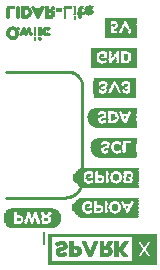
<source format=gbo>
G75*
%MOIN*%
%OFA0B0*%
%FSLAX25Y25*%
%IPPOS*%
%LPD*%
%AMOC8*
5,1,8,0,0,1.08239X$1,22.5*
%
%ADD10C,0.01000*%
%ADD11R,0.15276X0.00157*%
%ADD12R,0.03307X0.00157*%
%ADD13R,0.11024X0.00157*%
%ADD14R,0.02992X0.00157*%
%ADD15R,0.01260X0.00157*%
%ADD16R,0.01890X0.00157*%
%ADD17R,0.00630X0.00157*%
%ADD18R,0.02677X0.00157*%
%ADD19R,0.00787X0.00157*%
%ADD20R,0.01575X0.00157*%
%ADD21R,0.00472X0.00157*%
%ADD22R,0.02520X0.00157*%
%ADD23R,0.01417X0.00157*%
%ADD24R,0.02205X0.00157*%
%ADD25R,0.02362X0.00157*%
%ADD26R,0.02047X0.00157*%
%ADD27R,0.01102X0.00157*%
%ADD28R,0.00945X0.00157*%
%ADD29R,0.02835X0.00157*%
%ADD30R,0.01732X0.00157*%
%ADD31R,0.00157X0.00157*%
%ADD32R,0.00315X0.00157*%
%ADD33R,0.03150X0.00157*%
%ADD34R,0.14331X0.00157*%
%ADD35R,0.07087X0.00157*%
%ADD36R,0.03465X0.00157*%
%ADD37C,0.00039*%
%ADD38R,0.19213X0.00157*%
%ADD39R,0.19370X0.00157*%
%ADD40R,0.19685X0.00157*%
%ADD41R,0.19843X0.00157*%
%ADD42R,0.20000X0.00157*%
%ADD43R,0.20157X0.00157*%
%ADD44R,0.20315X0.00157*%
%ADD45R,0.08346X0.00157*%
%ADD46R,0.12913X0.00157*%
%ADD47R,0.13386X0.00157*%
%ADD48R,0.13701X0.00157*%
%ADD49R,0.14016X0.00157*%
%ADD50R,0.14173X0.00157*%
%ADD51R,0.14488X0.00157*%
%ADD52R,0.03780X0.00157*%
%ADD53R,0.06142X0.00157*%
%ADD54R,0.03622X0.00157*%
%ADD55R,0.03937X0.00157*%
%ADD56R,0.04252X0.00157*%
%ADD57R,0.04882X0.00157*%
%ADD58R,0.05197X0.00157*%
%ADD59R,0.13858X0.00157*%
%ADD60R,0.14646X0.00157*%
%ADD61R,0.14961X0.00157*%
%ADD62R,0.15118X0.00157*%
%ADD63R,0.15433X0.00157*%
%ADD64R,0.04409X0.00157*%
%ADD65R,0.05354X0.00157*%
%ADD66R,0.10551X0.00157*%
%ADD67R,0.19528X0.00157*%
%ADD68R,0.20472X0.00157*%
%ADD69R,0.20630X0.00157*%
%ADD70R,0.08189X0.00157*%
%ADD71R,0.07402X0.00157*%
%ADD72R,0.04094X0.00157*%
%ADD73C,0.00800*%
%ADD74R,0.15906X0.00157*%
%ADD75R,0.16535X0.00157*%
%ADD76R,0.16850X0.00157*%
%ADD77R,0.17165X0.00157*%
%ADD78R,0.17480X0.00157*%
%ADD79R,0.06614X0.00157*%
%ADD80R,0.06772X0.00157*%
D10*
X0181343Y0078500D02*
X0200843Y0078500D01*
X0200995Y0078502D01*
X0201147Y0078508D01*
X0201299Y0078517D01*
X0201450Y0078531D01*
X0201601Y0078548D01*
X0201752Y0078569D01*
X0201902Y0078594D01*
X0202051Y0078623D01*
X0202199Y0078655D01*
X0202347Y0078692D01*
X0202494Y0078731D01*
X0202639Y0078775D01*
X0202784Y0078823D01*
X0202927Y0078873D01*
X0203069Y0078928D01*
X0203209Y0078986D01*
X0203348Y0079048D01*
X0203485Y0079113D01*
X0203621Y0079182D01*
X0203755Y0079254D01*
X0203887Y0079329D01*
X0204017Y0079408D01*
X0204145Y0079490D01*
X0204271Y0079575D01*
X0204394Y0079664D01*
X0204516Y0079755D01*
X0204635Y0079850D01*
X0204751Y0079947D01*
X0204865Y0080048D01*
X0204977Y0080151D01*
X0205086Y0080257D01*
X0205192Y0080366D01*
X0205295Y0080478D01*
X0205396Y0080592D01*
X0205493Y0080708D01*
X0205588Y0080827D01*
X0205679Y0080949D01*
X0205768Y0081072D01*
X0205853Y0081198D01*
X0205935Y0081326D01*
X0206014Y0081456D01*
X0206089Y0081588D01*
X0206161Y0081722D01*
X0206230Y0081858D01*
X0206295Y0081995D01*
X0206357Y0082134D01*
X0206415Y0082274D01*
X0206470Y0082416D01*
X0206520Y0082559D01*
X0206568Y0082704D01*
X0206612Y0082849D01*
X0206651Y0082996D01*
X0206688Y0083144D01*
X0206720Y0083292D01*
X0206749Y0083441D01*
X0206774Y0083591D01*
X0206795Y0083742D01*
X0206812Y0083893D01*
X0206826Y0084044D01*
X0206835Y0084196D01*
X0206841Y0084348D01*
X0206843Y0084500D01*
X0206843Y0115500D01*
X0206841Y0115640D01*
X0206835Y0115780D01*
X0206825Y0115920D01*
X0206812Y0116060D01*
X0206794Y0116199D01*
X0206772Y0116338D01*
X0206747Y0116475D01*
X0206718Y0116613D01*
X0206685Y0116749D01*
X0206648Y0116884D01*
X0206607Y0117018D01*
X0206562Y0117151D01*
X0206514Y0117283D01*
X0206462Y0117413D01*
X0206407Y0117542D01*
X0206348Y0117669D01*
X0206285Y0117795D01*
X0206219Y0117919D01*
X0206150Y0118040D01*
X0206077Y0118160D01*
X0206000Y0118278D01*
X0205921Y0118393D01*
X0205838Y0118507D01*
X0205752Y0118617D01*
X0205663Y0118726D01*
X0205571Y0118832D01*
X0205476Y0118935D01*
X0205379Y0119036D01*
X0205278Y0119133D01*
X0205175Y0119228D01*
X0205069Y0119320D01*
X0204960Y0119409D01*
X0204850Y0119495D01*
X0204736Y0119578D01*
X0204621Y0119657D01*
X0204503Y0119734D01*
X0204383Y0119807D01*
X0204262Y0119876D01*
X0204138Y0119942D01*
X0204012Y0120005D01*
X0203885Y0120064D01*
X0203756Y0120119D01*
X0203626Y0120171D01*
X0203494Y0120219D01*
X0203361Y0120264D01*
X0203227Y0120305D01*
X0203092Y0120342D01*
X0202956Y0120375D01*
X0202818Y0120404D01*
X0202681Y0120429D01*
X0202542Y0120451D01*
X0202403Y0120469D01*
X0202263Y0120482D01*
X0202123Y0120492D01*
X0201983Y0120498D01*
X0201843Y0120500D01*
X0181343Y0120500D01*
D11*
X0217371Y0121850D03*
X0217371Y0122008D03*
X0217371Y0122165D03*
X0217371Y0122323D03*
X0217371Y0122480D03*
X0217371Y0122638D03*
X0217371Y0122795D03*
X0217371Y0127205D03*
X0217371Y0127362D03*
X0217371Y0127520D03*
X0217371Y0127677D03*
X0217371Y0127835D03*
X0217371Y0127992D03*
X0217371Y0128150D03*
X0217241Y0107362D03*
X0217241Y0102638D03*
X0190186Y0074492D03*
X0190186Y0068508D03*
D12*
X0197745Y0070083D03*
X0197902Y0070240D03*
X0197902Y0070398D03*
X0197902Y0070555D03*
X0198060Y0070713D03*
X0198060Y0070870D03*
X0198060Y0071028D03*
X0198060Y0071185D03*
X0198060Y0071343D03*
X0197902Y0072602D03*
X0197902Y0072760D03*
X0204969Y0074528D03*
X0204969Y0074685D03*
X0204969Y0074843D03*
X0204969Y0075000D03*
X0204969Y0075157D03*
X0204969Y0075315D03*
X0204969Y0075472D03*
X0186721Y0072917D03*
X0186721Y0072760D03*
X0182469Y0072760D03*
X0182469Y0072602D03*
X0182469Y0072445D03*
X0182469Y0070555D03*
X0182469Y0070398D03*
X0182469Y0070240D03*
X0205469Y0084370D03*
X0205312Y0084528D03*
X0205312Y0084685D03*
X0205312Y0084843D03*
X0205312Y0085000D03*
X0205312Y0085157D03*
X0205312Y0085315D03*
X0205312Y0085472D03*
X0205469Y0085630D03*
X0206729Y0087047D03*
X0206572Y0083110D03*
X0211784Y0093268D03*
X0211627Y0093425D03*
X0211627Y0093583D03*
X0211469Y0093740D03*
X0211469Y0093898D03*
X0211469Y0094055D03*
X0211469Y0095945D03*
X0211469Y0096102D03*
X0216509Y0092953D03*
X0210784Y0103268D03*
X0210627Y0103425D03*
X0210627Y0103583D03*
X0210469Y0103740D03*
X0210469Y0103898D03*
X0210469Y0104055D03*
X0210469Y0105945D03*
X0210469Y0106102D03*
X0210469Y0106260D03*
X0210627Y0106575D03*
X0223225Y0103425D03*
X0223225Y0103268D03*
X0211387Y0122953D03*
X0223355Y0127047D03*
X0216044Y0135630D03*
X0223288Y0136732D03*
X0223288Y0136890D03*
X0196032Y0140000D03*
X0188001Y0138898D03*
X0188001Y0138740D03*
X0188001Y0141260D03*
X0188158Y0133945D03*
X0183591Y0131740D03*
X0223867Y0073268D03*
X0223867Y0073110D03*
D13*
X0219367Y0102953D03*
X0219497Y0122953D03*
D14*
X0223513Y0123110D03*
X0214064Y0124370D03*
X0214064Y0124528D03*
X0211229Y0123110D03*
X0215824Y0117047D03*
X0219288Y0117047D03*
X0220233Y0115472D03*
X0223383Y0104213D03*
X0223383Y0104055D03*
X0223383Y0103898D03*
X0206257Y0086732D03*
X0206099Y0086575D03*
X0205942Y0086417D03*
X0205784Y0086260D03*
X0209564Y0084528D03*
X0209564Y0084370D03*
X0205942Y0083583D03*
X0213001Y0077047D03*
X0206072Y0076890D03*
X0205914Y0076732D03*
X0205757Y0076575D03*
X0205599Y0076417D03*
X0205442Y0076260D03*
X0209221Y0074528D03*
X0209221Y0074370D03*
X0205757Y0073425D03*
X0205599Y0073583D03*
X0205442Y0073740D03*
X0197902Y0073075D03*
X0197902Y0072917D03*
X0197587Y0073547D03*
X0182784Y0073547D03*
X0182627Y0073390D03*
X0182627Y0073232D03*
X0182627Y0069768D03*
X0182627Y0069610D03*
X0224024Y0073740D03*
X0224024Y0073898D03*
X0183591Y0131583D03*
X0187843Y0138425D03*
X0187843Y0141575D03*
X0183119Y0141575D03*
X0183119Y0141732D03*
X0183119Y0141890D03*
X0183119Y0141417D03*
X0195875Y0140945D03*
X0195875Y0140787D03*
X0195875Y0140630D03*
X0195875Y0140472D03*
X0195875Y0138583D03*
X0202017Y0141575D03*
X0202017Y0141732D03*
X0202017Y0141890D03*
X0209103Y0140472D03*
X0209103Y0140000D03*
X0223446Y0136260D03*
X0223446Y0136102D03*
D15*
X0221162Y0134528D03*
X0221162Y0134370D03*
X0219272Y0135157D03*
X0219272Y0135315D03*
X0219430Y0135472D03*
X0219430Y0135630D03*
X0219115Y0135000D03*
X0219115Y0134843D03*
X0208237Y0140157D03*
X0206032Y0140157D03*
X0197056Y0139843D03*
X0197056Y0139055D03*
X0192804Y0140000D03*
X0191387Y0139843D03*
X0191229Y0140157D03*
X0190599Y0141417D03*
X0189339Y0140787D03*
X0189182Y0140945D03*
X0189339Y0139370D03*
X0189182Y0139213D03*
X0187450Y0137953D03*
X0192017Y0138583D03*
X0193434Y0141417D03*
X0193591Y0141732D03*
X0197056Y0141417D03*
X0187292Y0134575D03*
X0187292Y0134417D03*
X0188080Y0132843D03*
X0184930Y0132213D03*
X0184930Y0133787D03*
X0184772Y0133945D03*
X0182253Y0133787D03*
X0182253Y0132213D03*
X0213513Y0125945D03*
X0215087Y0127047D03*
X0217292Y0126575D03*
X0217292Y0126417D03*
X0221387Y0125787D03*
X0221387Y0124370D03*
X0217607Y0123740D03*
X0215087Y0123110D03*
X0213540Y0115630D03*
X0215430Y0114843D03*
X0215587Y0115157D03*
X0215745Y0115472D03*
X0217635Y0114370D03*
X0219839Y0114370D03*
X0221414Y0115630D03*
X0217005Y0105945D03*
X0217005Y0104213D03*
X0214800Y0104685D03*
X0213383Y0105787D03*
X0219524Y0104370D03*
X0219524Y0104213D03*
X0219737Y0097047D03*
X0214383Y0095787D03*
X0216430Y0093425D03*
X0216257Y0086732D03*
X0218146Y0085945D03*
X0222241Y0085945D03*
X0222241Y0085787D03*
X0222241Y0085630D03*
X0222241Y0085472D03*
X0219879Y0083268D03*
X0214052Y0083110D03*
X0210587Y0083110D03*
X0209013Y0085945D03*
X0210587Y0087047D03*
X0208670Y0075945D03*
X0208670Y0074055D03*
X0212292Y0074213D03*
X0212292Y0074370D03*
X0212292Y0074528D03*
X0212292Y0074685D03*
X0213709Y0075787D03*
X0213709Y0073110D03*
X0215914Y0073268D03*
X0194831Y0073232D03*
X0194831Y0073390D03*
X0192627Y0072445D03*
X0192627Y0072287D03*
X0194831Y0071028D03*
X0194831Y0070870D03*
X0191209Y0069925D03*
X0191209Y0069768D03*
X0189005Y0069768D03*
X0189005Y0069925D03*
X0186957Y0069610D03*
X0185698Y0070713D03*
X0185698Y0070870D03*
X0185698Y0071028D03*
X0185698Y0071185D03*
X0187430Y0072130D03*
X0190107Y0073075D03*
X0190107Y0073232D03*
D16*
X0192469Y0073547D03*
X0216072Y0077047D03*
X0217646Y0074528D03*
X0221898Y0076575D03*
X0224576Y0077047D03*
X0224576Y0076102D03*
X0224576Y0075945D03*
X0224603Y0083740D03*
X0224603Y0083898D03*
X0224603Y0084055D03*
X0224603Y0084213D03*
X0224603Y0084370D03*
X0224603Y0084528D03*
X0224603Y0084685D03*
X0224603Y0085157D03*
X0224603Y0086417D03*
X0224603Y0086575D03*
X0218146Y0085630D03*
X0218146Y0084528D03*
X0216414Y0087047D03*
X0215485Y0094528D03*
X0216430Y0096890D03*
X0223989Y0097047D03*
X0214485Y0104528D03*
X0221099Y0106575D03*
X0223934Y0106417D03*
X0223934Y0106260D03*
X0223776Y0113583D03*
X0223776Y0113740D03*
X0223776Y0114528D03*
X0223776Y0114685D03*
X0223776Y0115157D03*
X0223776Y0115315D03*
X0223776Y0116575D03*
X0220154Y0114528D03*
X0217635Y0113740D03*
X0211335Y0113740D03*
X0211335Y0113583D03*
X0211335Y0113898D03*
X0211335Y0114055D03*
X0211335Y0114213D03*
X0211335Y0115630D03*
X0211335Y0116575D03*
X0210678Y0124055D03*
X0210678Y0124213D03*
X0210678Y0124370D03*
X0210678Y0125630D03*
X0210678Y0125787D03*
X0210678Y0125945D03*
X0217450Y0127047D03*
X0224064Y0125945D03*
X0224064Y0125787D03*
X0224064Y0124213D03*
X0224064Y0124055D03*
X0217450Y0123110D03*
X0223997Y0133110D03*
X0223997Y0133898D03*
X0223997Y0134055D03*
X0221162Y0133740D03*
X0221162Y0133583D03*
X0215335Y0133583D03*
X0215335Y0133740D03*
X0215335Y0133898D03*
X0215335Y0134055D03*
X0215335Y0134213D03*
X0215335Y0134370D03*
X0215335Y0133425D03*
X0215335Y0136102D03*
X0219587Y0136417D03*
X0209182Y0139370D03*
X0198946Y0140472D03*
X0192017Y0139213D03*
D17*
X0187292Y0135047D03*
X0185402Y0135047D03*
X0186505Y0132213D03*
X0188080Y0132213D03*
X0191072Y0130795D03*
X0204300Y0137795D03*
X0209969Y0141260D03*
X0217383Y0135472D03*
X0221162Y0135157D03*
X0221162Y0135000D03*
X0218957Y0133110D03*
X0219497Y0126890D03*
X0221072Y0126102D03*
X0217922Y0124528D03*
X0216977Y0125630D03*
X0215245Y0124685D03*
X0215245Y0123898D03*
X0215245Y0123740D03*
X0215245Y0123583D03*
X0215245Y0123425D03*
X0219497Y0123110D03*
X0215245Y0126732D03*
X0215430Y0114213D03*
X0215430Y0114055D03*
X0215272Y0113740D03*
X0215115Y0113425D03*
X0219839Y0113740D03*
X0219839Y0113898D03*
X0219997Y0113425D03*
X0218737Y0106575D03*
X0218737Y0106417D03*
X0218894Y0106260D03*
X0219209Y0105630D03*
X0219367Y0105315D03*
X0219367Y0105157D03*
X0221099Y0105315D03*
X0216847Y0106102D03*
X0215115Y0106575D03*
X0215115Y0105000D03*
X0215115Y0103740D03*
X0215115Y0103583D03*
X0215115Y0103425D03*
X0213540Y0103898D03*
X0216272Y0096102D03*
X0216272Y0095945D03*
X0214540Y0093898D03*
X0219894Y0094055D03*
X0219894Y0093268D03*
X0219894Y0095945D03*
X0220194Y0086260D03*
X0220194Y0086102D03*
X0221926Y0085315D03*
X0220194Y0084055D03*
X0220194Y0083898D03*
X0215942Y0084055D03*
X0215942Y0084213D03*
X0215942Y0084370D03*
X0215942Y0085787D03*
X0215942Y0085945D03*
X0215942Y0086102D03*
X0214367Y0085315D03*
X0214367Y0083740D03*
X0214367Y0083583D03*
X0210745Y0083583D03*
X0210745Y0083740D03*
X0210745Y0083898D03*
X0210745Y0083425D03*
X0210745Y0084685D03*
X0210745Y0086732D03*
X0210402Y0076732D03*
X0210402Y0074685D03*
X0210402Y0073740D03*
X0210402Y0073583D03*
X0210402Y0073425D03*
X0214024Y0073740D03*
X0214024Y0075157D03*
X0214024Y0075315D03*
X0215599Y0075945D03*
X0215599Y0076102D03*
X0215599Y0074213D03*
X0215599Y0074055D03*
X0220009Y0075315D03*
X0220009Y0075472D03*
X0220009Y0075630D03*
X0219851Y0075945D03*
X0219694Y0076260D03*
X0219536Y0076417D03*
X0219536Y0076575D03*
X0219379Y0076732D03*
X0192942Y0070713D03*
X0192942Y0070555D03*
X0192942Y0070398D03*
X0192942Y0069610D03*
X0191209Y0070713D03*
X0191209Y0070870D03*
X0191209Y0071028D03*
X0190107Y0072130D03*
X0190107Y0072287D03*
X0190107Y0072445D03*
X0189005Y0070870D03*
X0189005Y0070713D03*
X0187587Y0071343D03*
X0187587Y0071500D03*
X0187115Y0069925D03*
D18*
X0213001Y0076102D03*
X0213001Y0076260D03*
X0213001Y0076417D03*
X0213001Y0076575D03*
X0213001Y0076732D03*
X0213001Y0076890D03*
X0224182Y0074528D03*
X0224182Y0074370D03*
X0213343Y0086890D03*
X0218871Y0094370D03*
X0218871Y0095787D03*
X0219288Y0103268D03*
X0223540Y0104685D03*
X0223540Y0104843D03*
X0223670Y0123268D03*
X0211072Y0123268D03*
X0183591Y0131425D03*
X0187686Y0138268D03*
X0183119Y0142047D03*
X0195717Y0138268D03*
X0209103Y0139843D03*
X0223603Y0135630D03*
X0223603Y0135472D03*
D19*
X0218879Y0133898D03*
X0217304Y0136102D03*
X0206111Y0138268D03*
X0204221Y0139213D03*
X0204221Y0142047D03*
X0197135Y0142047D03*
X0194930Y0142047D03*
X0193513Y0142047D03*
X0190520Y0142047D03*
X0185481Y0142047D03*
X0192095Y0138110D03*
X0192568Y0135047D03*
X0191150Y0135047D03*
X0188946Y0134890D03*
X0189733Y0132213D03*
X0191150Y0132213D03*
X0192568Y0132213D03*
X0192568Y0130795D03*
X0195402Y0133157D03*
X0195402Y0134102D03*
X0213591Y0126102D03*
X0217056Y0125945D03*
X0217056Y0125787D03*
X0217843Y0124370D03*
X0215166Y0124055D03*
X0215166Y0123268D03*
X0219418Y0127047D03*
X0221493Y0116102D03*
X0221493Y0114055D03*
X0220076Y0113268D03*
X0219761Y0114055D03*
X0219761Y0114213D03*
X0217556Y0114843D03*
X0217556Y0115000D03*
X0215509Y0114370D03*
X0215036Y0113268D03*
X0213619Y0114055D03*
X0213619Y0116102D03*
X0215036Y0106732D03*
X0215036Y0104843D03*
X0215036Y0103898D03*
X0215036Y0103268D03*
X0219446Y0104843D03*
X0219446Y0105000D03*
X0216351Y0096417D03*
X0216351Y0096260D03*
X0215879Y0094843D03*
X0218398Y0096102D03*
X0219816Y0094213D03*
X0220115Y0086417D03*
X0218068Y0086102D03*
X0216020Y0086260D03*
X0214288Y0085472D03*
X0214288Y0083425D03*
X0216020Y0083898D03*
X0220115Y0083740D03*
X0210666Y0084055D03*
X0210666Y0083268D03*
X0209091Y0086102D03*
X0208749Y0076102D03*
X0210324Y0074055D03*
X0210324Y0073898D03*
X0210324Y0073268D03*
X0213946Y0073425D03*
X0213946Y0073583D03*
X0215678Y0073740D03*
X0215678Y0073898D03*
X0213946Y0075472D03*
X0215678Y0076260D03*
X0215678Y0076417D03*
X0217725Y0076102D03*
X0220087Y0075157D03*
X0220087Y0075000D03*
X0221820Y0075315D03*
X0192863Y0071185D03*
X0192863Y0071028D03*
X0192863Y0070870D03*
X0188926Y0070555D03*
X0187509Y0071657D03*
X0187036Y0069768D03*
X0209261Y0142205D03*
D20*
X0206505Y0141732D03*
X0206505Y0141575D03*
X0206505Y0141417D03*
X0209182Y0139213D03*
X0215178Y0136417D03*
X0219587Y0136102D03*
X0218800Y0134528D03*
X0221162Y0134055D03*
X0224154Y0133425D03*
X0221544Y0125315D03*
X0221544Y0125157D03*
X0221544Y0125000D03*
X0221544Y0124843D03*
X0221544Y0124685D03*
X0217450Y0123268D03*
X0213355Y0125472D03*
X0213355Y0125630D03*
X0215902Y0116102D03*
X0215902Y0115945D03*
X0215430Y0115000D03*
X0217635Y0114055D03*
X0219367Y0115630D03*
X0219209Y0115945D03*
X0219209Y0116102D03*
X0221099Y0106260D03*
X0219524Y0104055D03*
X0219524Y0103898D03*
X0217162Y0104528D03*
X0217162Y0104685D03*
X0217162Y0105315D03*
X0217162Y0105472D03*
X0217162Y0105630D03*
X0216430Y0096732D03*
X0218477Y0094213D03*
X0213894Y0085945D03*
X0218146Y0085787D03*
X0216414Y0083110D03*
X0208855Y0085472D03*
X0208855Y0085630D03*
X0219221Y0077047D03*
X0221898Y0076260D03*
X0224733Y0076575D03*
X0224733Y0076732D03*
X0216072Y0073110D03*
X0213552Y0075945D03*
X0208513Y0075630D03*
X0194831Y0073547D03*
X0192469Y0073390D03*
X0192469Y0073232D03*
X0192469Y0073075D03*
X0191209Y0069610D03*
X0189005Y0069610D03*
X0187292Y0134102D03*
X0184772Y0134102D03*
X0189024Y0139055D03*
X0192017Y0138898D03*
D21*
X0188946Y0135047D03*
X0183591Y0135205D03*
X0192568Y0131740D03*
X0206111Y0138110D03*
X0218879Y0133740D03*
X0218879Y0133583D03*
X0218879Y0133425D03*
X0218879Y0133268D03*
X0219418Y0126732D03*
X0219418Y0126575D03*
X0219418Y0126417D03*
X0219418Y0126260D03*
X0219418Y0126102D03*
X0219418Y0125945D03*
X0219418Y0125787D03*
X0219418Y0125630D03*
X0219418Y0125472D03*
X0219418Y0125315D03*
X0219418Y0125157D03*
X0219418Y0125000D03*
X0219418Y0124843D03*
X0219418Y0124685D03*
X0219418Y0124528D03*
X0219418Y0124370D03*
X0219418Y0124213D03*
X0219418Y0124055D03*
X0219418Y0123898D03*
X0219418Y0123740D03*
X0219418Y0123583D03*
X0219418Y0123425D03*
X0219418Y0123268D03*
X0218001Y0124685D03*
X0218001Y0124843D03*
X0216898Y0125472D03*
X0215324Y0125472D03*
X0215324Y0125315D03*
X0215324Y0125157D03*
X0215324Y0125000D03*
X0215324Y0124843D03*
X0215324Y0125630D03*
X0215324Y0125787D03*
X0215324Y0125945D03*
X0215324Y0126102D03*
X0215324Y0126260D03*
X0215324Y0126417D03*
X0215324Y0126575D03*
X0217556Y0115315D03*
X0217556Y0115157D03*
X0215351Y0113898D03*
X0215194Y0113583D03*
X0219918Y0113583D03*
X0218973Y0106102D03*
X0219131Y0105945D03*
X0219131Y0105787D03*
X0219288Y0105472D03*
X0221020Y0105157D03*
X0215194Y0105157D03*
X0215194Y0105315D03*
X0215194Y0105472D03*
X0215194Y0105630D03*
X0215194Y0105945D03*
X0215194Y0106102D03*
X0215194Y0106260D03*
X0215194Y0106417D03*
X0219973Y0096732D03*
X0219973Y0096260D03*
X0219973Y0096102D03*
X0219973Y0093898D03*
X0219973Y0093425D03*
X0216036Y0095000D03*
X0216036Y0095157D03*
X0216194Y0095472D03*
X0216194Y0095630D03*
X0216194Y0095787D03*
X0220272Y0085945D03*
X0220272Y0085787D03*
X0220272Y0085630D03*
X0220272Y0084528D03*
X0220272Y0084370D03*
X0220272Y0084213D03*
X0221847Y0084685D03*
X0221847Y0085157D03*
X0215863Y0085157D03*
X0215863Y0085000D03*
X0215863Y0084843D03*
X0215863Y0084685D03*
X0215863Y0084528D03*
X0215863Y0085315D03*
X0215863Y0085472D03*
X0215863Y0085630D03*
X0214446Y0085157D03*
X0214446Y0085000D03*
X0214446Y0084843D03*
X0214446Y0084213D03*
X0214446Y0084055D03*
X0214446Y0083898D03*
X0210824Y0084843D03*
X0210824Y0085000D03*
X0210824Y0085157D03*
X0210824Y0085315D03*
X0210824Y0085472D03*
X0210824Y0085630D03*
X0210824Y0085787D03*
X0210824Y0085945D03*
X0210824Y0086102D03*
X0210824Y0086260D03*
X0210824Y0086417D03*
X0210824Y0086575D03*
X0210481Y0076575D03*
X0210481Y0076417D03*
X0210481Y0076260D03*
X0210481Y0076102D03*
X0210481Y0075945D03*
X0210481Y0075787D03*
X0210481Y0075630D03*
X0210481Y0075472D03*
X0210481Y0075315D03*
X0210481Y0075157D03*
X0210481Y0075000D03*
X0210481Y0074843D03*
X0214103Y0074843D03*
X0214103Y0075000D03*
X0214103Y0074685D03*
X0214103Y0074528D03*
X0214103Y0074370D03*
X0214103Y0074213D03*
X0214103Y0074055D03*
X0214103Y0073898D03*
X0215520Y0074370D03*
X0215520Y0074528D03*
X0215520Y0074685D03*
X0215520Y0074843D03*
X0215520Y0075315D03*
X0215520Y0075472D03*
X0215520Y0075630D03*
X0215520Y0075787D03*
X0219772Y0076102D03*
X0219930Y0075787D03*
X0221820Y0075157D03*
X0221820Y0075000D03*
X0193020Y0070240D03*
X0193020Y0070083D03*
X0193020Y0069925D03*
X0193020Y0069768D03*
X0188926Y0071028D03*
X0187509Y0071028D03*
X0187509Y0071185D03*
X0187509Y0070870D03*
X0187351Y0070398D03*
X0187194Y0070083D03*
D22*
X0220166Y0073268D03*
X0224261Y0074685D03*
X0224261Y0074843D03*
X0224288Y0083110D03*
X0224288Y0087047D03*
X0213422Y0086732D03*
X0213422Y0086575D03*
X0213422Y0086417D03*
X0213422Y0086260D03*
X0213422Y0086102D03*
X0216430Y0097047D03*
X0223619Y0105000D03*
X0223619Y0105157D03*
X0219209Y0116890D03*
X0215902Y0116890D03*
X0211650Y0117047D03*
X0223461Y0117047D03*
X0223749Y0123425D03*
X0223749Y0126732D03*
X0210993Y0126732D03*
X0210993Y0123425D03*
X0221162Y0133110D03*
X0223682Y0135157D03*
X0223682Y0135315D03*
X0209182Y0139685D03*
X0208867Y0140945D03*
X0209024Y0141417D03*
X0209182Y0141575D03*
X0209182Y0141732D03*
X0201780Y0141260D03*
X0187607Y0141890D03*
X0182883Y0141260D03*
X0194694Y0134260D03*
X0194851Y0134417D03*
X0194694Y0133000D03*
X0194851Y0132843D03*
D23*
X0194143Y0133157D03*
X0194143Y0134102D03*
X0188946Y0134102D03*
X0188946Y0134260D03*
X0188946Y0134417D03*
X0188158Y0133157D03*
X0188158Y0133000D03*
X0187371Y0134260D03*
X0184694Y0132055D03*
X0182489Y0132055D03*
X0182331Y0133945D03*
X0182489Y0134102D03*
X0192095Y0138740D03*
X0195560Y0137953D03*
X0206583Y0141890D03*
X0208316Y0141260D03*
X0219509Y0135945D03*
X0219509Y0135787D03*
X0218879Y0134685D03*
X0221241Y0134213D03*
X0217371Y0126732D03*
X0213434Y0125787D03*
X0217528Y0123583D03*
X0217528Y0123425D03*
X0221465Y0124528D03*
X0221465Y0125472D03*
X0221465Y0125630D03*
X0219288Y0115787D03*
X0217556Y0114213D03*
X0215666Y0115315D03*
X0215824Y0115630D03*
X0215824Y0115787D03*
X0214879Y0107047D03*
X0217083Y0105787D03*
X0217083Y0104370D03*
X0218398Y0095945D03*
X0219957Y0086890D03*
X0216335Y0086890D03*
X0218068Y0084213D03*
X0216335Y0083268D03*
X0208934Y0085787D03*
X0210166Y0077047D03*
X0208591Y0075787D03*
X0208434Y0075472D03*
X0215993Y0076890D03*
X0217725Y0075945D03*
X0217725Y0074213D03*
X0220245Y0074213D03*
X0220245Y0074055D03*
X0192548Y0072917D03*
X0192548Y0072760D03*
X0192548Y0072602D03*
X0190028Y0073390D03*
D24*
X0187115Y0072445D03*
X0220166Y0073425D03*
X0224418Y0075315D03*
X0224418Y0075472D03*
X0221898Y0076890D03*
X0224446Y0083268D03*
X0218146Y0085000D03*
X0218146Y0085157D03*
X0224446Y0086890D03*
X0215328Y0094370D03*
X0219367Y0103425D03*
X0214328Y0104370D03*
X0221099Y0106890D03*
X0223776Y0105787D03*
X0223776Y0105630D03*
X0223619Y0113268D03*
X0223619Y0115000D03*
X0223619Y0116890D03*
X0219997Y0115157D03*
X0219997Y0115000D03*
X0219209Y0116732D03*
X0215902Y0116732D03*
X0211493Y0116890D03*
X0211493Y0114370D03*
X0211493Y0113268D03*
X0210835Y0123583D03*
X0210835Y0123740D03*
X0210835Y0126417D03*
X0223906Y0126417D03*
X0223906Y0123740D03*
X0223839Y0132953D03*
X0223839Y0134528D03*
X0223839Y0134685D03*
X0221162Y0133425D03*
X0221162Y0133268D03*
X0218328Y0134213D03*
X0218328Y0134370D03*
X0219587Y0136732D03*
X0215493Y0137047D03*
X0198946Y0140630D03*
X0198946Y0140787D03*
X0198946Y0140945D03*
X0198946Y0141102D03*
X0192017Y0139528D03*
X0187607Y0138110D03*
X0183513Y0134890D03*
D25*
X0183591Y0131268D03*
X0194930Y0132685D03*
X0194930Y0134575D03*
X0195717Y0138110D03*
X0192095Y0139685D03*
X0206269Y0139685D03*
X0206269Y0139528D03*
X0206269Y0139370D03*
X0206269Y0139843D03*
X0206269Y0140000D03*
X0209103Y0139528D03*
X0209261Y0141890D03*
X0219509Y0136890D03*
X0223761Y0135000D03*
X0223761Y0134843D03*
X0223828Y0126575D03*
X0223828Y0123583D03*
X0210914Y0126575D03*
X0219918Y0115315D03*
X0217556Y0113268D03*
X0217556Y0113110D03*
X0223540Y0113110D03*
X0211572Y0113110D03*
X0221020Y0107047D03*
X0223698Y0105472D03*
X0223698Y0105315D03*
X0214249Y0104213D03*
X0215249Y0094213D03*
X0216509Y0093110D03*
X0221820Y0077047D03*
X0224339Y0075157D03*
X0224339Y0075000D03*
D26*
X0224497Y0075630D03*
X0224497Y0075787D03*
X0221820Y0076732D03*
X0217725Y0075472D03*
X0217725Y0075315D03*
X0217725Y0075157D03*
X0217725Y0075000D03*
X0217725Y0074843D03*
X0217725Y0074685D03*
X0220245Y0073583D03*
X0224524Y0083425D03*
X0224524Y0083583D03*
X0224524Y0084843D03*
X0224524Y0085000D03*
X0224524Y0086732D03*
X0218068Y0085472D03*
X0218068Y0085315D03*
X0218068Y0084843D03*
X0218068Y0084685D03*
X0219446Y0103583D03*
X0223855Y0105945D03*
X0223855Y0106102D03*
X0223855Y0107047D03*
X0221020Y0106732D03*
X0223698Y0113425D03*
X0223698Y0114843D03*
X0223698Y0116732D03*
X0220076Y0114843D03*
X0220076Y0114685D03*
X0219131Y0116575D03*
X0215981Y0116575D03*
X0211414Y0116732D03*
X0211414Y0113425D03*
X0217556Y0113425D03*
X0217556Y0113583D03*
X0223985Y0123898D03*
X0223985Y0126102D03*
X0223985Y0126260D03*
X0210757Y0126260D03*
X0210757Y0126102D03*
X0210757Y0123898D03*
X0215414Y0133110D03*
X0215414Y0133268D03*
X0218249Y0134055D03*
X0215414Y0135472D03*
X0215414Y0135945D03*
X0215414Y0136890D03*
X0219509Y0136575D03*
X0223918Y0134370D03*
X0223918Y0134213D03*
X0206269Y0139213D03*
X0199024Y0141260D03*
X0192095Y0139370D03*
X0187528Y0142047D03*
X0194930Y0134732D03*
X0194930Y0132528D03*
D27*
X0194930Y0132213D03*
X0193985Y0133315D03*
X0193985Y0133472D03*
X0193828Y0133630D03*
X0193985Y0133787D03*
X0193985Y0133945D03*
X0192568Y0133945D03*
X0192568Y0134102D03*
X0192568Y0134260D03*
X0192568Y0134417D03*
X0192568Y0134575D03*
X0192568Y0134732D03*
X0192568Y0134890D03*
X0192568Y0133787D03*
X0192568Y0133630D03*
X0192568Y0133472D03*
X0192568Y0133315D03*
X0192568Y0133157D03*
X0192568Y0133000D03*
X0192568Y0132843D03*
X0192568Y0132685D03*
X0192568Y0132528D03*
X0192568Y0132370D03*
X0192568Y0131425D03*
X0192568Y0131268D03*
X0192568Y0131110D03*
X0192568Y0130953D03*
X0189733Y0132528D03*
X0189733Y0132685D03*
X0189733Y0132843D03*
X0189576Y0133000D03*
X0189576Y0133157D03*
X0188158Y0132685D03*
X0188158Y0132528D03*
X0186741Y0133157D03*
X0186583Y0133000D03*
X0186583Y0132843D03*
X0186583Y0132685D03*
X0186426Y0132528D03*
X0185166Y0132685D03*
X0185166Y0132843D03*
X0185166Y0133000D03*
X0185166Y0133157D03*
X0185166Y0133315D03*
X0185009Y0133630D03*
X0185009Y0132528D03*
X0185009Y0132370D03*
X0182174Y0132370D03*
X0182174Y0132528D03*
X0182017Y0132685D03*
X0182017Y0132843D03*
X0182017Y0133000D03*
X0182017Y0133157D03*
X0182017Y0133315D03*
X0182017Y0133472D03*
X0182174Y0133630D03*
X0188946Y0134575D03*
X0188946Y0134732D03*
X0194930Y0135047D03*
X0194930Y0139055D03*
X0194930Y0139213D03*
X0194930Y0139370D03*
X0194930Y0139528D03*
X0194930Y0139685D03*
X0194930Y0139843D03*
X0194930Y0141102D03*
X0194930Y0141260D03*
X0194930Y0141417D03*
X0194930Y0141575D03*
X0194930Y0141732D03*
X0194930Y0141890D03*
X0193513Y0141575D03*
X0192883Y0140315D03*
X0192883Y0140157D03*
X0192725Y0139843D03*
X0191308Y0140000D03*
X0191150Y0140315D03*
X0190520Y0141575D03*
X0190520Y0141732D03*
X0189418Y0140630D03*
X0189418Y0140472D03*
X0189576Y0140000D03*
X0189418Y0139685D03*
X0189418Y0139528D03*
X0186898Y0139528D03*
X0186898Y0139685D03*
X0186898Y0139843D03*
X0186898Y0140000D03*
X0186898Y0140157D03*
X0186898Y0140315D03*
X0186898Y0140472D03*
X0186898Y0140630D03*
X0186898Y0140787D03*
X0186898Y0140945D03*
X0185481Y0140945D03*
X0185481Y0141102D03*
X0185481Y0141260D03*
X0185481Y0141417D03*
X0185481Y0141575D03*
X0185481Y0141732D03*
X0185481Y0140787D03*
X0185481Y0140630D03*
X0185481Y0140472D03*
X0185481Y0140315D03*
X0185481Y0140157D03*
X0185481Y0140000D03*
X0185481Y0139843D03*
X0185481Y0139685D03*
X0185481Y0139528D03*
X0185481Y0139370D03*
X0185481Y0139213D03*
X0185481Y0139055D03*
X0185481Y0138898D03*
X0185481Y0138740D03*
X0185481Y0138583D03*
X0185481Y0138425D03*
X0186898Y0139055D03*
X0186898Y0139213D03*
X0186898Y0139370D03*
X0182174Y0139370D03*
X0182174Y0139213D03*
X0182174Y0139055D03*
X0182174Y0138898D03*
X0182174Y0138740D03*
X0182174Y0138583D03*
X0182174Y0138425D03*
X0182174Y0139528D03*
X0182174Y0139685D03*
X0182174Y0139843D03*
X0182174Y0140000D03*
X0182174Y0140157D03*
X0182174Y0140315D03*
X0182174Y0140472D03*
X0182174Y0140630D03*
X0182174Y0140787D03*
X0182174Y0140945D03*
X0182174Y0141102D03*
X0192095Y0138425D03*
X0197135Y0139213D03*
X0197135Y0139370D03*
X0197135Y0139528D03*
X0197135Y0139685D03*
X0196977Y0141102D03*
X0196977Y0141260D03*
X0197135Y0141575D03*
X0197135Y0141732D03*
X0206111Y0141102D03*
X0206111Y0140945D03*
X0206111Y0140787D03*
X0206111Y0140630D03*
X0206111Y0140472D03*
X0206111Y0140315D03*
X0206111Y0139055D03*
X0206111Y0138898D03*
X0206111Y0138740D03*
X0206111Y0138583D03*
X0206111Y0138425D03*
X0208158Y0140315D03*
X0208158Y0141102D03*
X0210048Y0140315D03*
X0210048Y0140157D03*
X0217304Y0135945D03*
X0217213Y0126260D03*
X0221308Y0125945D03*
X0221308Y0124213D03*
X0217686Y0123898D03*
X0213591Y0124055D03*
X0212961Y0124685D03*
X0213619Y0115945D03*
X0213619Y0115787D03*
X0213461Y0114370D03*
X0213619Y0114213D03*
X0215036Y0113110D03*
X0215509Y0114685D03*
X0217556Y0114685D03*
X0217556Y0114528D03*
X0220076Y0113110D03*
X0221335Y0114370D03*
X0221493Y0114213D03*
X0221493Y0115787D03*
X0221493Y0115945D03*
X0218501Y0106890D03*
X0213461Y0105945D03*
X0214879Y0103110D03*
X0216351Y0096575D03*
X0214461Y0095945D03*
X0215721Y0094685D03*
X0216036Y0094055D03*
X0216194Y0093740D03*
X0216351Y0093583D03*
X0218398Y0094055D03*
X0219816Y0093110D03*
X0219957Y0086732D03*
X0216178Y0086575D03*
X0214131Y0085787D03*
X0212713Y0084685D03*
X0212713Y0084528D03*
X0212713Y0084370D03*
X0212713Y0084213D03*
X0216178Y0083425D03*
X0219957Y0083425D03*
X0222162Y0084055D03*
X0222162Y0084213D03*
X0222162Y0084370D03*
X0209091Y0084055D03*
X0208461Y0084685D03*
X0215835Y0076732D03*
X0217725Y0074055D03*
X0215835Y0073425D03*
X0213788Y0073268D03*
X0212213Y0074055D03*
X0212213Y0074843D03*
X0210166Y0073110D03*
X0219300Y0076890D03*
X0220245Y0074528D03*
X0220245Y0074370D03*
X0194753Y0073075D03*
X0194753Y0072917D03*
X0194753Y0071343D03*
X0194753Y0071185D03*
X0194753Y0070713D03*
X0192706Y0071815D03*
X0192706Y0071972D03*
X0192706Y0072130D03*
X0191131Y0070083D03*
X0188926Y0070083D03*
X0187509Y0071972D03*
X0185619Y0071343D03*
D28*
X0185540Y0070555D03*
X0187587Y0071815D03*
X0189005Y0070398D03*
X0189005Y0070240D03*
X0191209Y0070240D03*
X0191209Y0070398D03*
X0191209Y0070555D03*
X0192784Y0071343D03*
X0192784Y0071500D03*
X0192784Y0071657D03*
X0194674Y0072602D03*
X0194674Y0072760D03*
X0190107Y0072760D03*
X0190107Y0072917D03*
X0190107Y0072602D03*
X0194674Y0070555D03*
X0208040Y0074685D03*
X0208040Y0074843D03*
X0208040Y0075000D03*
X0208040Y0075157D03*
X0208040Y0075315D03*
X0210245Y0076890D03*
X0213867Y0075630D03*
X0215757Y0076575D03*
X0220166Y0074843D03*
X0220166Y0074685D03*
X0215757Y0073583D03*
X0214209Y0083268D03*
X0212635Y0084055D03*
X0212635Y0084843D03*
X0214209Y0085630D03*
X0216099Y0086417D03*
X0220036Y0086575D03*
X0222083Y0086102D03*
X0222083Y0084528D03*
X0220036Y0083583D03*
X0218146Y0084055D03*
X0216099Y0083740D03*
X0216099Y0083583D03*
X0210745Y0086890D03*
X0208383Y0085315D03*
X0208383Y0085157D03*
X0208383Y0085000D03*
X0208383Y0084843D03*
X0214540Y0094055D03*
X0216115Y0093898D03*
X0214540Y0096102D03*
X0219894Y0096890D03*
X0219524Y0104528D03*
X0219524Y0104685D03*
X0216847Y0104055D03*
X0214957Y0104055D03*
X0213540Y0104055D03*
X0213540Y0106102D03*
X0214957Y0106890D03*
X0218580Y0106732D03*
X0215430Y0114528D03*
X0217765Y0124055D03*
X0217765Y0124213D03*
X0221229Y0124055D03*
X0217135Y0126102D03*
X0215245Y0126890D03*
X0212883Y0125315D03*
X0212883Y0125157D03*
X0212883Y0125000D03*
X0212883Y0124843D03*
X0192489Y0131583D03*
X0191072Y0131583D03*
X0191072Y0131425D03*
X0191072Y0131268D03*
X0191072Y0131110D03*
X0191072Y0130953D03*
X0191072Y0132370D03*
X0191072Y0132528D03*
X0191072Y0132685D03*
X0191072Y0132843D03*
X0191072Y0133000D03*
X0191072Y0133157D03*
X0191072Y0133315D03*
X0191072Y0133472D03*
X0191072Y0133630D03*
X0191072Y0133787D03*
X0191072Y0133945D03*
X0191072Y0134102D03*
X0191072Y0134260D03*
X0191072Y0134417D03*
X0191072Y0134575D03*
X0191072Y0134732D03*
X0191072Y0134890D03*
X0187292Y0134890D03*
X0187292Y0134732D03*
X0185402Y0134890D03*
X0185087Y0133472D03*
X0186505Y0132370D03*
X0188080Y0132370D03*
X0189812Y0132370D03*
X0183513Y0130953D03*
X0182095Y0138110D03*
X0182095Y0138268D03*
X0185402Y0138268D03*
X0185402Y0138110D03*
X0189497Y0139843D03*
X0189497Y0140157D03*
X0189497Y0140315D03*
X0190442Y0141890D03*
X0193591Y0141890D03*
X0197213Y0141890D03*
X0200993Y0141102D03*
X0200993Y0140945D03*
X0200993Y0140787D03*
X0200993Y0140630D03*
X0200993Y0140472D03*
X0200993Y0140315D03*
X0200993Y0140157D03*
X0200993Y0140000D03*
X0200993Y0139843D03*
X0200993Y0139685D03*
X0200993Y0139528D03*
X0200993Y0139370D03*
X0200993Y0139213D03*
X0200993Y0139055D03*
X0200993Y0138898D03*
X0200993Y0138740D03*
X0200993Y0138583D03*
X0200993Y0138425D03*
X0200993Y0138268D03*
X0200993Y0138110D03*
X0204300Y0138110D03*
X0204300Y0137953D03*
X0204300Y0138268D03*
X0204300Y0138425D03*
X0204300Y0138583D03*
X0204300Y0139370D03*
X0204300Y0139528D03*
X0204300Y0139685D03*
X0204300Y0139843D03*
X0204300Y0140000D03*
X0204300Y0140157D03*
X0204300Y0140315D03*
X0204300Y0140472D03*
X0204300Y0140630D03*
X0204300Y0140787D03*
X0204300Y0140945D03*
X0204300Y0141102D03*
X0204300Y0141260D03*
X0204300Y0141417D03*
X0204300Y0141575D03*
X0204300Y0141732D03*
X0204300Y0141890D03*
X0206662Y0142047D03*
X0192017Y0138268D03*
X0185402Y0141890D03*
X0221162Y0134843D03*
X0221162Y0134685D03*
D29*
X0221162Y0132953D03*
X0223524Y0135787D03*
X0223524Y0135945D03*
X0219430Y0137047D03*
X0209024Y0140630D03*
X0209024Y0140787D03*
X0201938Y0141417D03*
X0201938Y0142047D03*
X0195796Y0138425D03*
X0187765Y0141732D03*
X0211150Y0126890D03*
X0214143Y0124213D03*
X0223591Y0126890D03*
X0211808Y0115315D03*
X0211808Y0115157D03*
X0211808Y0115000D03*
X0211808Y0114843D03*
X0211808Y0114685D03*
X0211808Y0114528D03*
X0211808Y0112953D03*
X0223304Y0112953D03*
X0223461Y0104528D03*
X0223461Y0104370D03*
X0218792Y0095630D03*
X0218792Y0095472D03*
X0218792Y0095315D03*
X0218792Y0095157D03*
X0218792Y0095000D03*
X0218792Y0094843D03*
X0218792Y0094685D03*
X0218792Y0094528D03*
X0213422Y0087047D03*
X0209643Y0084213D03*
X0209300Y0074213D03*
X0220009Y0073110D03*
X0224103Y0074055D03*
X0224103Y0074213D03*
X0197824Y0073390D03*
X0197824Y0073232D03*
D30*
X0190028Y0073547D03*
X0187351Y0072287D03*
X0217725Y0074370D03*
X0217725Y0075630D03*
X0217725Y0075787D03*
X0221820Y0076417D03*
X0224654Y0076417D03*
X0224654Y0076260D03*
X0224654Y0076890D03*
X0220245Y0073898D03*
X0220245Y0073740D03*
X0219800Y0083110D03*
X0218068Y0084370D03*
X0224682Y0085315D03*
X0224682Y0085472D03*
X0224682Y0085630D03*
X0224682Y0085787D03*
X0224682Y0085945D03*
X0224682Y0086102D03*
X0224682Y0086260D03*
X0219800Y0087047D03*
X0216509Y0093268D03*
X0224068Y0096417D03*
X0224068Y0096575D03*
X0224068Y0096732D03*
X0224068Y0096890D03*
X0219446Y0103740D03*
X0217241Y0104843D03*
X0217241Y0105000D03*
X0217241Y0105157D03*
X0218343Y0107047D03*
X0221020Y0106417D03*
X0224013Y0106575D03*
X0224013Y0106732D03*
X0224013Y0106890D03*
X0223855Y0113898D03*
X0223855Y0114055D03*
X0223855Y0114213D03*
X0223855Y0114370D03*
X0223855Y0115472D03*
X0223855Y0115630D03*
X0223855Y0115787D03*
X0223855Y0115945D03*
X0223855Y0116102D03*
X0223855Y0116260D03*
X0223855Y0116417D03*
X0219131Y0116417D03*
X0219131Y0116260D03*
X0215981Y0116260D03*
X0215981Y0116417D03*
X0211257Y0116417D03*
X0211257Y0116260D03*
X0211257Y0116102D03*
X0211257Y0115945D03*
X0211257Y0115787D03*
X0217556Y0113898D03*
X0224143Y0124370D03*
X0224143Y0124528D03*
X0224143Y0124685D03*
X0224143Y0124843D03*
X0224143Y0125000D03*
X0224143Y0125157D03*
X0224143Y0125315D03*
X0224143Y0125472D03*
X0224143Y0125630D03*
X0217371Y0126890D03*
X0210599Y0125472D03*
X0210599Y0125315D03*
X0210599Y0125157D03*
X0210599Y0125000D03*
X0210599Y0124843D03*
X0210599Y0124685D03*
X0210599Y0124528D03*
X0224076Y0133268D03*
X0224076Y0133583D03*
X0224076Y0133740D03*
X0221241Y0133898D03*
X0219509Y0136260D03*
X0215257Y0136260D03*
X0215257Y0136575D03*
X0215257Y0136732D03*
X0215257Y0135315D03*
X0215257Y0135157D03*
X0215257Y0135000D03*
X0215257Y0134843D03*
X0215257Y0134685D03*
X0215257Y0134528D03*
X0209261Y0142047D03*
X0206426Y0141260D03*
X0194930Y0134890D03*
X0194930Y0132370D03*
X0183591Y0131110D03*
X0183591Y0135047D03*
X0192095Y0139055D03*
D31*
X0192095Y0137953D03*
X0216741Y0125000D03*
X0218158Y0125157D03*
X0217556Y0115630D03*
X0217556Y0115472D03*
X0221820Y0074843D03*
X0188926Y0071500D03*
D32*
X0189005Y0071343D03*
X0189005Y0071185D03*
X0190107Y0071657D03*
X0190107Y0071815D03*
X0190107Y0071972D03*
X0191209Y0071500D03*
X0191209Y0071343D03*
X0191209Y0071185D03*
X0187430Y0070713D03*
X0187430Y0070555D03*
X0187272Y0070240D03*
X0215442Y0075000D03*
X0215442Y0075157D03*
X0214524Y0084370D03*
X0214524Y0084528D03*
X0214524Y0084685D03*
X0220351Y0084685D03*
X0220351Y0084843D03*
X0220351Y0085000D03*
X0220351Y0085157D03*
X0220351Y0085315D03*
X0220351Y0085472D03*
X0221769Y0085000D03*
X0221769Y0084843D03*
X0220052Y0093583D03*
X0220052Y0093740D03*
X0216115Y0095315D03*
X0220052Y0096417D03*
X0220052Y0096575D03*
X0221099Y0104843D03*
X0221099Y0105000D03*
X0215272Y0105787D03*
X0213698Y0113898D03*
X0221572Y0113898D03*
X0218080Y0125000D03*
X0216820Y0125157D03*
X0216820Y0125315D03*
X0195481Y0133315D03*
X0195481Y0133945D03*
X0191072Y0131740D03*
X0185402Y0137953D03*
X0182095Y0137953D03*
X0200993Y0137953D03*
X0204300Y0138740D03*
X0206977Y0140157D03*
X0209182Y0139055D03*
X0221162Y0135472D03*
X0221162Y0135315D03*
D33*
X0223367Y0136417D03*
X0223367Y0136575D03*
X0211308Y0127047D03*
X0195954Y0138740D03*
X0195954Y0138898D03*
X0195954Y0140157D03*
X0195954Y0140315D03*
X0192017Y0140472D03*
X0192017Y0140630D03*
X0187922Y0141417D03*
X0187922Y0138583D03*
X0210706Y0106732D03*
X0210548Y0106417D03*
X0219209Y0103110D03*
X0223304Y0103583D03*
X0223304Y0103740D03*
X0211706Y0096732D03*
X0211548Y0096575D03*
X0211548Y0096417D03*
X0211391Y0096260D03*
X0206493Y0086890D03*
X0205706Y0086102D03*
X0205548Y0085945D03*
X0205548Y0085787D03*
X0205548Y0084213D03*
X0205548Y0084055D03*
X0205706Y0083898D03*
X0205863Y0083740D03*
X0206178Y0083425D03*
X0206335Y0083268D03*
X0206308Y0077047D03*
X0205363Y0076102D03*
X0205206Y0075945D03*
X0205206Y0075787D03*
X0205048Y0075630D03*
X0205048Y0074370D03*
X0205206Y0074213D03*
X0205206Y0074055D03*
X0205363Y0073898D03*
X0205993Y0073268D03*
X0206150Y0073110D03*
X0223946Y0073425D03*
X0223946Y0073583D03*
X0186643Y0072602D03*
X0182548Y0072917D03*
X0182548Y0073075D03*
X0182548Y0070083D03*
X0182548Y0069925D03*
D34*
X0190186Y0068350D03*
X0190186Y0074650D03*
X0217769Y0092638D03*
X0217769Y0097362D03*
X0217713Y0102008D03*
X0217713Y0107992D03*
X0217556Y0111850D03*
X0217556Y0112008D03*
X0217556Y0112165D03*
X0217556Y0112323D03*
X0217556Y0112480D03*
X0217556Y0112638D03*
X0217556Y0112795D03*
X0217556Y0117205D03*
X0217556Y0117362D03*
X0217556Y0117520D03*
X0217556Y0117677D03*
X0217556Y0117835D03*
X0217556Y0117992D03*
X0217556Y0118150D03*
D35*
X0217556Y0112953D03*
X0222005Y0082953D03*
D36*
X0206808Y0082953D03*
X0211863Y0093110D03*
X0211391Y0094213D03*
X0211391Y0094370D03*
X0211391Y0094528D03*
X0211391Y0094685D03*
X0211863Y0096890D03*
X0212020Y0097047D03*
X0223146Y0103110D03*
X0210391Y0104213D03*
X0210391Y0104370D03*
X0210391Y0104528D03*
X0210863Y0106890D03*
X0212123Y0115472D03*
X0188080Y0133787D03*
X0188080Y0141102D03*
X0192017Y0140945D03*
X0192017Y0140787D03*
X0216123Y0135787D03*
X0223209Y0137047D03*
X0206465Y0072953D03*
X0197981Y0071657D03*
X0197981Y0071500D03*
X0197824Y0072445D03*
X0197666Y0069925D03*
X0197509Y0069768D03*
X0186800Y0073075D03*
X0186800Y0073232D03*
X0186800Y0073390D03*
X0182391Y0072287D03*
X0182391Y0072130D03*
X0182391Y0071972D03*
X0182391Y0071815D03*
X0182391Y0071657D03*
X0182391Y0071500D03*
X0182391Y0071343D03*
X0182391Y0071185D03*
X0182391Y0071028D03*
X0182391Y0070870D03*
X0182391Y0070713D03*
D37*
X0195343Y0066482D02*
X0222977Y0066482D01*
X0231343Y0066482D01*
X0231343Y0061985D01*
X0228324Y0061985D01*
X0229641Y0063916D01*
X0228391Y0063916D01*
X0227308Y0062260D01*
X0226217Y0063916D01*
X0225011Y0063916D01*
X0226336Y0061985D01*
X0223301Y0061985D01*
X0223301Y0065557D01*
X0222977Y0065557D01*
X0222977Y0066482D01*
X0222977Y0065557D01*
X0196269Y0065557D01*
X0196269Y0057443D01*
X0223301Y0057443D01*
X0223301Y0061985D01*
X0226336Y0061985D01*
X0226696Y0061460D01*
X0225083Y0059088D01*
X0226325Y0059088D01*
X0227340Y0060654D01*
X0228363Y0059088D01*
X0229569Y0059088D01*
X0227956Y0061446D01*
X0228324Y0061985D01*
X0231343Y0061985D01*
X0231343Y0056518D01*
X0223301Y0056518D01*
X0195343Y0056518D01*
X0195343Y0066482D01*
X0195343Y0066478D02*
X0222977Y0066478D01*
X0231343Y0066478D01*
X0231343Y0066441D02*
X0222977Y0066441D01*
X0195343Y0066441D01*
X0195343Y0066403D02*
X0222977Y0066403D01*
X0231343Y0066403D01*
X0231343Y0066365D02*
X0222977Y0066365D01*
X0195343Y0066365D01*
X0195343Y0066327D02*
X0222977Y0066327D01*
X0231343Y0066327D01*
X0231343Y0066289D02*
X0222977Y0066289D01*
X0195343Y0066289D01*
X0195343Y0066251D02*
X0222977Y0066251D01*
X0231343Y0066251D01*
X0231343Y0066213D02*
X0222977Y0066213D01*
X0195343Y0066213D01*
X0195343Y0066175D02*
X0222977Y0066175D01*
X0231343Y0066175D01*
X0231343Y0066137D02*
X0222977Y0066137D01*
X0195343Y0066137D01*
X0195343Y0066100D02*
X0222977Y0066100D01*
X0231343Y0066100D01*
X0231343Y0066062D02*
X0222977Y0066062D01*
X0195343Y0066062D01*
X0195343Y0066024D02*
X0222977Y0066024D01*
X0231343Y0066024D01*
X0231343Y0065986D02*
X0222977Y0065986D01*
X0195343Y0065986D01*
X0195343Y0065948D02*
X0222977Y0065948D01*
X0231343Y0065948D01*
X0231343Y0065910D02*
X0222977Y0065910D01*
X0195343Y0065910D01*
X0195343Y0065872D02*
X0222977Y0065872D01*
X0231343Y0065872D01*
X0231343Y0065834D02*
X0222977Y0065834D01*
X0195343Y0065834D01*
X0195343Y0065797D02*
X0222977Y0065797D01*
X0231343Y0065797D01*
X0231343Y0065759D02*
X0222977Y0065759D01*
X0195343Y0065759D01*
X0195343Y0065721D02*
X0222977Y0065721D01*
X0231343Y0065721D01*
X0231343Y0065683D02*
X0222977Y0065683D01*
X0195343Y0065683D01*
X0195343Y0065645D02*
X0222977Y0065645D01*
X0231343Y0065645D01*
X0231343Y0065607D02*
X0222977Y0065607D01*
X0195343Y0065607D01*
X0195343Y0065569D02*
X0222977Y0065569D01*
X0231343Y0065569D01*
X0231343Y0065531D02*
X0223301Y0065531D01*
X0223301Y0065493D02*
X0231343Y0065493D01*
X0231343Y0065456D02*
X0223301Y0065456D01*
X0223301Y0065418D02*
X0231343Y0065418D01*
X0231343Y0065380D02*
X0223301Y0065380D01*
X0223301Y0065342D02*
X0231343Y0065342D01*
X0231343Y0065304D02*
X0223301Y0065304D01*
X0223301Y0065266D02*
X0231343Y0065266D01*
X0231343Y0065228D02*
X0223301Y0065228D01*
X0223301Y0065190D02*
X0231343Y0065190D01*
X0231343Y0065153D02*
X0223301Y0065153D01*
X0223301Y0065115D02*
X0231343Y0065115D01*
X0231343Y0065077D02*
X0223301Y0065077D01*
X0223301Y0065039D02*
X0231343Y0065039D01*
X0231343Y0065001D02*
X0223301Y0065001D01*
X0223301Y0064963D02*
X0231343Y0064963D01*
X0231343Y0064925D02*
X0223301Y0064925D01*
X0223301Y0064887D02*
X0231343Y0064887D01*
X0231343Y0064850D02*
X0223301Y0064850D01*
X0223301Y0064812D02*
X0231343Y0064812D01*
X0231343Y0064774D02*
X0223301Y0064774D01*
X0223301Y0064736D02*
X0231343Y0064736D01*
X0231343Y0064698D02*
X0223301Y0064698D01*
X0223301Y0064660D02*
X0231343Y0064660D01*
X0231343Y0064622D02*
X0223301Y0064622D01*
X0223301Y0064584D02*
X0231343Y0064584D01*
X0231343Y0064546D02*
X0223301Y0064546D01*
X0223301Y0064509D02*
X0231343Y0064509D01*
X0231343Y0064471D02*
X0223301Y0064471D01*
X0223301Y0064433D02*
X0231343Y0064433D01*
X0231343Y0064395D02*
X0223301Y0064395D01*
X0223301Y0064357D02*
X0231343Y0064357D01*
X0231343Y0064319D02*
X0223301Y0064319D01*
X0223301Y0064281D02*
X0231343Y0064281D01*
X0231343Y0064243D02*
X0223301Y0064243D01*
X0223301Y0064206D02*
X0231343Y0064206D01*
X0231343Y0064168D02*
X0223301Y0064168D01*
X0223301Y0064130D02*
X0231343Y0064130D01*
X0231343Y0064092D02*
X0223301Y0064092D01*
X0223301Y0064054D02*
X0231343Y0064054D01*
X0231343Y0064016D02*
X0223301Y0064016D01*
X0223301Y0063978D02*
X0231343Y0063978D01*
X0231343Y0063940D02*
X0223301Y0063940D01*
X0223301Y0063902D02*
X0225020Y0063902D01*
X0225046Y0063865D02*
X0223301Y0063865D01*
X0223301Y0063827D02*
X0225072Y0063827D01*
X0225098Y0063789D02*
X0223301Y0063789D01*
X0223301Y0063751D02*
X0225124Y0063751D01*
X0225150Y0063713D02*
X0223301Y0063713D01*
X0223301Y0063675D02*
X0225176Y0063675D01*
X0225202Y0063637D02*
X0223301Y0063637D01*
X0223301Y0063599D02*
X0225228Y0063599D01*
X0225254Y0063562D02*
X0223301Y0063562D01*
X0223301Y0063524D02*
X0225280Y0063524D01*
X0225306Y0063486D02*
X0223301Y0063486D01*
X0223301Y0063448D02*
X0225332Y0063448D01*
X0225358Y0063410D02*
X0223301Y0063410D01*
X0223301Y0063372D02*
X0225384Y0063372D01*
X0225410Y0063334D02*
X0223301Y0063334D01*
X0223301Y0063296D02*
X0225436Y0063296D01*
X0225462Y0063258D02*
X0223301Y0063258D01*
X0223301Y0063221D02*
X0225488Y0063221D01*
X0225514Y0063183D02*
X0223301Y0063183D01*
X0223301Y0063145D02*
X0225540Y0063145D01*
X0225566Y0063107D02*
X0223301Y0063107D01*
X0223301Y0063069D02*
X0225592Y0063069D01*
X0225618Y0063031D02*
X0223301Y0063031D01*
X0223301Y0062993D02*
X0225644Y0062993D01*
X0225670Y0062955D02*
X0223301Y0062955D01*
X0223301Y0062918D02*
X0225696Y0062918D01*
X0225722Y0062880D02*
X0223301Y0062880D01*
X0223301Y0062842D02*
X0225748Y0062842D01*
X0225774Y0062804D02*
X0223301Y0062804D01*
X0223301Y0062766D02*
X0225800Y0062766D01*
X0225826Y0062728D02*
X0223301Y0062728D01*
X0223301Y0062690D02*
X0225852Y0062690D01*
X0225878Y0062652D02*
X0223301Y0062652D01*
X0223301Y0062615D02*
X0225904Y0062615D01*
X0225930Y0062577D02*
X0223301Y0062577D01*
X0223301Y0062539D02*
X0225956Y0062539D01*
X0225982Y0062501D02*
X0223301Y0062501D01*
X0223301Y0062463D02*
X0226008Y0062463D01*
X0226034Y0062425D02*
X0223301Y0062425D01*
X0223301Y0062387D02*
X0226060Y0062387D01*
X0226086Y0062349D02*
X0223301Y0062349D01*
X0223301Y0062311D02*
X0226112Y0062311D01*
X0226138Y0062274D02*
X0223301Y0062274D01*
X0223301Y0062236D02*
X0226164Y0062236D01*
X0226190Y0062198D02*
X0223301Y0062198D01*
X0223301Y0062160D02*
X0226216Y0062160D01*
X0226242Y0062122D02*
X0223301Y0062122D01*
X0223301Y0062084D02*
X0226268Y0062084D01*
X0226294Y0062046D02*
X0223301Y0062046D01*
X0223301Y0062008D02*
X0226320Y0062008D01*
X0226346Y0061971D02*
X0223301Y0061971D01*
X0223301Y0061933D02*
X0226372Y0061933D01*
X0226398Y0061895D02*
X0223301Y0061895D01*
X0223301Y0061857D02*
X0226424Y0061857D01*
X0226450Y0061819D02*
X0223301Y0061819D01*
X0223301Y0061781D02*
X0226476Y0061781D01*
X0226502Y0061743D02*
X0223301Y0061743D01*
X0223301Y0061705D02*
X0226528Y0061705D01*
X0226554Y0061667D02*
X0223301Y0061667D01*
X0223301Y0061630D02*
X0226580Y0061630D01*
X0226606Y0061592D02*
X0223301Y0061592D01*
X0223301Y0061554D02*
X0226632Y0061554D01*
X0226658Y0061516D02*
X0223301Y0061516D01*
X0223301Y0061478D02*
X0226684Y0061478D01*
X0226682Y0061440D02*
X0223301Y0061440D01*
X0223301Y0061402D02*
X0226656Y0061402D01*
X0226630Y0061364D02*
X0223301Y0061364D01*
X0223301Y0061327D02*
X0226605Y0061327D01*
X0226579Y0061289D02*
X0223301Y0061289D01*
X0223301Y0061251D02*
X0226553Y0061251D01*
X0226527Y0061213D02*
X0223301Y0061213D01*
X0223301Y0061175D02*
X0226502Y0061175D01*
X0226476Y0061137D02*
X0223301Y0061137D01*
X0223301Y0061099D02*
X0226450Y0061099D01*
X0226424Y0061061D02*
X0223301Y0061061D01*
X0223301Y0061023D02*
X0226399Y0061023D01*
X0226373Y0060986D02*
X0223301Y0060986D01*
X0223301Y0060948D02*
X0226347Y0060948D01*
X0226321Y0060910D02*
X0223301Y0060910D01*
X0223301Y0060872D02*
X0226296Y0060872D01*
X0226270Y0060834D02*
X0223301Y0060834D01*
X0223301Y0060796D02*
X0226244Y0060796D01*
X0226218Y0060758D02*
X0223301Y0060758D01*
X0223301Y0060720D02*
X0226193Y0060720D01*
X0226167Y0060683D02*
X0223301Y0060683D01*
X0223301Y0060645D02*
X0226141Y0060645D01*
X0226115Y0060607D02*
X0223301Y0060607D01*
X0223301Y0060569D02*
X0226090Y0060569D01*
X0226064Y0060531D02*
X0223301Y0060531D01*
X0223301Y0060493D02*
X0226038Y0060493D01*
X0226012Y0060455D02*
X0223301Y0060455D01*
X0223301Y0060417D02*
X0225987Y0060417D01*
X0225961Y0060380D02*
X0223301Y0060380D01*
X0223301Y0060342D02*
X0225935Y0060342D01*
X0225909Y0060304D02*
X0223301Y0060304D01*
X0223301Y0060266D02*
X0225884Y0060266D01*
X0225858Y0060228D02*
X0223301Y0060228D01*
X0223301Y0060190D02*
X0225832Y0060190D01*
X0225806Y0060152D02*
X0223301Y0060152D01*
X0223301Y0060114D02*
X0225781Y0060114D01*
X0225755Y0060076D02*
X0223301Y0060076D01*
X0223301Y0060039D02*
X0225729Y0060039D01*
X0225703Y0060001D02*
X0223301Y0060001D01*
X0223301Y0059963D02*
X0225678Y0059963D01*
X0225652Y0059925D02*
X0223301Y0059925D01*
X0223301Y0059887D02*
X0225626Y0059887D01*
X0225600Y0059849D02*
X0223301Y0059849D01*
X0223301Y0059811D02*
X0225575Y0059811D01*
X0225549Y0059773D02*
X0223301Y0059773D01*
X0223301Y0059736D02*
X0225523Y0059736D01*
X0225497Y0059698D02*
X0223301Y0059698D01*
X0223301Y0059660D02*
X0225472Y0059660D01*
X0225446Y0059622D02*
X0223301Y0059622D01*
X0223301Y0059584D02*
X0225420Y0059584D01*
X0225394Y0059546D02*
X0223301Y0059546D01*
X0223301Y0059508D02*
X0225369Y0059508D01*
X0225343Y0059470D02*
X0223301Y0059470D01*
X0223301Y0059432D02*
X0225317Y0059432D01*
X0225291Y0059395D02*
X0223301Y0059395D01*
X0223301Y0059357D02*
X0225266Y0059357D01*
X0225240Y0059319D02*
X0223301Y0059319D01*
X0223301Y0059281D02*
X0225214Y0059281D01*
X0225188Y0059243D02*
X0223301Y0059243D01*
X0223301Y0059205D02*
X0225163Y0059205D01*
X0225137Y0059167D02*
X0223301Y0059167D01*
X0223301Y0059129D02*
X0225111Y0059129D01*
X0225085Y0059092D02*
X0223301Y0059092D01*
X0223301Y0059054D02*
X0231343Y0059054D01*
X0231343Y0059092D02*
X0229566Y0059092D01*
X0229540Y0059129D02*
X0231343Y0059129D01*
X0231343Y0059167D02*
X0229514Y0059167D01*
X0229488Y0059205D02*
X0231343Y0059205D01*
X0231343Y0059243D02*
X0229462Y0059243D01*
X0229437Y0059281D02*
X0231343Y0059281D01*
X0231343Y0059319D02*
X0229411Y0059319D01*
X0229385Y0059357D02*
X0231343Y0059357D01*
X0231343Y0059395D02*
X0229359Y0059395D01*
X0229333Y0059432D02*
X0231343Y0059432D01*
X0231343Y0059470D02*
X0229307Y0059470D01*
X0229281Y0059508D02*
X0231343Y0059508D01*
X0231343Y0059546D02*
X0229255Y0059546D01*
X0229229Y0059584D02*
X0231343Y0059584D01*
X0231343Y0059622D02*
X0229203Y0059622D01*
X0229177Y0059660D02*
X0231343Y0059660D01*
X0231343Y0059698D02*
X0229152Y0059698D01*
X0229126Y0059736D02*
X0231343Y0059736D01*
X0231343Y0059773D02*
X0229100Y0059773D01*
X0229074Y0059811D02*
X0231343Y0059811D01*
X0231343Y0059849D02*
X0229048Y0059849D01*
X0229022Y0059887D02*
X0231343Y0059887D01*
X0231343Y0059925D02*
X0228996Y0059925D01*
X0228970Y0059963D02*
X0231343Y0059963D01*
X0231343Y0060001D02*
X0228944Y0060001D01*
X0228918Y0060039D02*
X0231343Y0060039D01*
X0231343Y0060076D02*
X0228892Y0060076D01*
X0228867Y0060114D02*
X0231343Y0060114D01*
X0231343Y0060152D02*
X0228841Y0060152D01*
X0228815Y0060190D02*
X0231343Y0060190D01*
X0231343Y0060228D02*
X0228789Y0060228D01*
X0228763Y0060266D02*
X0231343Y0060266D01*
X0231343Y0060304D02*
X0228737Y0060304D01*
X0228711Y0060342D02*
X0231343Y0060342D01*
X0231343Y0060380D02*
X0228685Y0060380D01*
X0228659Y0060417D02*
X0231343Y0060417D01*
X0231343Y0060455D02*
X0228633Y0060455D01*
X0228607Y0060493D02*
X0231343Y0060493D01*
X0231343Y0060531D02*
X0228582Y0060531D01*
X0228556Y0060569D02*
X0231343Y0060569D01*
X0231343Y0060607D02*
X0228530Y0060607D01*
X0228504Y0060645D02*
X0231343Y0060645D01*
X0231343Y0060683D02*
X0228478Y0060683D01*
X0228452Y0060720D02*
X0231343Y0060720D01*
X0231343Y0060758D02*
X0228426Y0060758D01*
X0228400Y0060796D02*
X0231343Y0060796D01*
X0231343Y0060834D02*
X0228374Y0060834D01*
X0228348Y0060872D02*
X0231343Y0060872D01*
X0231343Y0060910D02*
X0228322Y0060910D01*
X0228297Y0060948D02*
X0231343Y0060948D01*
X0231343Y0060986D02*
X0228271Y0060986D01*
X0228245Y0061023D02*
X0231343Y0061023D01*
X0231343Y0061061D02*
X0228219Y0061061D01*
X0228193Y0061099D02*
X0231343Y0061099D01*
X0231343Y0061137D02*
X0228167Y0061137D01*
X0228141Y0061175D02*
X0231343Y0061175D01*
X0231343Y0061213D02*
X0228115Y0061213D01*
X0228089Y0061251D02*
X0231343Y0061251D01*
X0231343Y0061289D02*
X0228063Y0061289D01*
X0228037Y0061327D02*
X0231343Y0061327D01*
X0231343Y0061364D02*
X0228012Y0061364D01*
X0227986Y0061402D02*
X0231343Y0061402D01*
X0231343Y0061440D02*
X0227960Y0061440D01*
X0227978Y0061478D02*
X0231343Y0061478D01*
X0231343Y0061516D02*
X0228003Y0061516D01*
X0228029Y0061554D02*
X0231343Y0061554D01*
X0231343Y0061592D02*
X0228055Y0061592D01*
X0228081Y0061630D02*
X0231343Y0061630D01*
X0231343Y0061667D02*
X0228107Y0061667D01*
X0228133Y0061705D02*
X0231343Y0061705D01*
X0231343Y0061743D02*
X0228159Y0061743D01*
X0228184Y0061781D02*
X0231343Y0061781D01*
X0231343Y0061819D02*
X0228210Y0061819D01*
X0228236Y0061857D02*
X0231343Y0061857D01*
X0231343Y0061895D02*
X0228262Y0061895D01*
X0228288Y0061933D02*
X0231343Y0061933D01*
X0231343Y0061971D02*
X0228314Y0061971D01*
X0228340Y0062008D02*
X0231343Y0062008D01*
X0231343Y0062046D02*
X0228365Y0062046D01*
X0228391Y0062084D02*
X0231343Y0062084D01*
X0231343Y0062122D02*
X0228417Y0062122D01*
X0228443Y0062160D02*
X0231343Y0062160D01*
X0231343Y0062198D02*
X0228469Y0062198D01*
X0228495Y0062236D02*
X0231343Y0062236D01*
X0231343Y0062274D02*
X0228520Y0062274D01*
X0228546Y0062311D02*
X0231343Y0062311D01*
X0231343Y0062349D02*
X0228572Y0062349D01*
X0228598Y0062387D02*
X0231343Y0062387D01*
X0231343Y0062425D02*
X0228624Y0062425D01*
X0228650Y0062463D02*
X0231343Y0062463D01*
X0231343Y0062501D02*
X0228675Y0062501D01*
X0228701Y0062539D02*
X0231343Y0062539D01*
X0231343Y0062577D02*
X0228727Y0062577D01*
X0228753Y0062615D02*
X0231343Y0062615D01*
X0231343Y0062652D02*
X0228779Y0062652D01*
X0228805Y0062690D02*
X0231343Y0062690D01*
X0231343Y0062728D02*
X0228830Y0062728D01*
X0228856Y0062766D02*
X0231343Y0062766D01*
X0231343Y0062804D02*
X0228882Y0062804D01*
X0228908Y0062842D02*
X0231343Y0062842D01*
X0231343Y0062880D02*
X0228934Y0062880D01*
X0228960Y0062918D02*
X0231343Y0062918D01*
X0231343Y0062955D02*
X0228986Y0062955D01*
X0229011Y0062993D02*
X0231343Y0062993D01*
X0231343Y0063031D02*
X0229037Y0063031D01*
X0229063Y0063069D02*
X0231343Y0063069D01*
X0231343Y0063107D02*
X0229089Y0063107D01*
X0229115Y0063145D02*
X0231343Y0063145D01*
X0231343Y0063183D02*
X0229141Y0063183D01*
X0229166Y0063221D02*
X0231343Y0063221D01*
X0231343Y0063258D02*
X0229192Y0063258D01*
X0229218Y0063296D02*
X0231343Y0063296D01*
X0231343Y0063334D02*
X0229244Y0063334D01*
X0229270Y0063372D02*
X0231343Y0063372D01*
X0231343Y0063410D02*
X0229296Y0063410D01*
X0229321Y0063448D02*
X0231343Y0063448D01*
X0231343Y0063486D02*
X0229347Y0063486D01*
X0229373Y0063524D02*
X0231343Y0063524D01*
X0231343Y0063562D02*
X0229399Y0063562D01*
X0229425Y0063599D02*
X0231343Y0063599D01*
X0231343Y0063637D02*
X0229451Y0063637D01*
X0229477Y0063675D02*
X0231343Y0063675D01*
X0231343Y0063713D02*
X0229502Y0063713D01*
X0229528Y0063751D02*
X0231343Y0063751D01*
X0231343Y0063789D02*
X0229554Y0063789D01*
X0229580Y0063827D02*
X0231343Y0063827D01*
X0231343Y0063865D02*
X0229606Y0063865D01*
X0229632Y0063902D02*
X0231343Y0063902D01*
X0228383Y0063902D02*
X0226226Y0063902D01*
X0226251Y0063865D02*
X0228358Y0063865D01*
X0228333Y0063827D02*
X0226275Y0063827D01*
X0226300Y0063789D02*
X0228308Y0063789D01*
X0228284Y0063751D02*
X0226325Y0063751D01*
X0226350Y0063713D02*
X0228259Y0063713D01*
X0228234Y0063675D02*
X0226375Y0063675D01*
X0226400Y0063637D02*
X0228209Y0063637D01*
X0228184Y0063599D02*
X0226425Y0063599D01*
X0226450Y0063562D02*
X0228160Y0063562D01*
X0228135Y0063524D02*
X0226475Y0063524D01*
X0226500Y0063486D02*
X0228110Y0063486D01*
X0228085Y0063448D02*
X0226525Y0063448D01*
X0226550Y0063410D02*
X0228060Y0063410D01*
X0228036Y0063372D02*
X0226575Y0063372D01*
X0226600Y0063334D02*
X0228011Y0063334D01*
X0227986Y0063296D02*
X0226625Y0063296D01*
X0226650Y0063258D02*
X0227961Y0063258D01*
X0227937Y0063221D02*
X0226675Y0063221D01*
X0226700Y0063183D02*
X0227912Y0063183D01*
X0227887Y0063145D02*
X0226725Y0063145D01*
X0226750Y0063107D02*
X0227862Y0063107D01*
X0227837Y0063069D02*
X0226775Y0063069D01*
X0226799Y0063031D02*
X0227813Y0063031D01*
X0227788Y0062993D02*
X0226824Y0062993D01*
X0226849Y0062955D02*
X0227763Y0062955D01*
X0227738Y0062918D02*
X0226874Y0062918D01*
X0226899Y0062880D02*
X0227713Y0062880D01*
X0227689Y0062842D02*
X0226924Y0062842D01*
X0226949Y0062804D02*
X0227664Y0062804D01*
X0227639Y0062766D02*
X0226974Y0062766D01*
X0226999Y0062728D02*
X0227614Y0062728D01*
X0227590Y0062690D02*
X0227024Y0062690D01*
X0227049Y0062652D02*
X0227565Y0062652D01*
X0227540Y0062615D02*
X0227074Y0062615D01*
X0227099Y0062577D02*
X0227515Y0062577D01*
X0227490Y0062539D02*
X0227124Y0062539D01*
X0227149Y0062501D02*
X0227466Y0062501D01*
X0227441Y0062463D02*
X0227174Y0062463D01*
X0227199Y0062425D02*
X0227416Y0062425D01*
X0227391Y0062387D02*
X0227224Y0062387D01*
X0227249Y0062349D02*
X0227366Y0062349D01*
X0227342Y0062311D02*
X0227274Y0062311D01*
X0227298Y0062274D02*
X0227317Y0062274D01*
X0221947Y0063916D02*
X0219892Y0061136D01*
X0220679Y0060316D01*
X0219435Y0060316D01*
X0220576Y0059088D01*
X0221857Y0059088D01*
X0220679Y0060316D01*
X0219435Y0060316D01*
X0218617Y0061198D01*
X0218617Y0060316D01*
X0217555Y0060316D01*
X0217555Y0059088D01*
X0218617Y0059088D01*
X0218617Y0060316D01*
X0217555Y0060316D01*
X0217555Y0063916D01*
X0218617Y0063916D01*
X0218617Y0062440D01*
X0219175Y0061860D01*
X0220673Y0063916D01*
X0221947Y0063916D01*
X0221938Y0063902D02*
X0220663Y0063902D01*
X0220636Y0063865D02*
X0221910Y0063865D01*
X0221882Y0063827D02*
X0220608Y0063827D01*
X0220581Y0063789D02*
X0221854Y0063789D01*
X0221826Y0063751D02*
X0220553Y0063751D01*
X0220525Y0063713D02*
X0221798Y0063713D01*
X0221769Y0063675D02*
X0220498Y0063675D01*
X0220470Y0063637D02*
X0221741Y0063637D01*
X0221713Y0063599D02*
X0220443Y0063599D01*
X0220415Y0063562D02*
X0221685Y0063562D01*
X0221657Y0063524D02*
X0220387Y0063524D01*
X0220360Y0063486D02*
X0221629Y0063486D01*
X0221601Y0063448D02*
X0220332Y0063448D01*
X0220305Y0063410D02*
X0221573Y0063410D01*
X0221545Y0063372D02*
X0220277Y0063372D01*
X0220249Y0063334D02*
X0221517Y0063334D01*
X0221489Y0063296D02*
X0220222Y0063296D01*
X0220194Y0063258D02*
X0221461Y0063258D01*
X0221433Y0063221D02*
X0220167Y0063221D01*
X0220139Y0063183D02*
X0221405Y0063183D01*
X0221377Y0063145D02*
X0220111Y0063145D01*
X0220084Y0063107D02*
X0221349Y0063107D01*
X0221321Y0063069D02*
X0220056Y0063069D01*
X0220029Y0063031D02*
X0221293Y0063031D01*
X0221265Y0062993D02*
X0220001Y0062993D01*
X0219973Y0062955D02*
X0221237Y0062955D01*
X0221209Y0062918D02*
X0219946Y0062918D01*
X0219918Y0062880D02*
X0221181Y0062880D01*
X0221153Y0062842D02*
X0219891Y0062842D01*
X0219863Y0062804D02*
X0221125Y0062804D01*
X0221097Y0062766D02*
X0219835Y0062766D01*
X0219808Y0062728D02*
X0221069Y0062728D01*
X0221041Y0062690D02*
X0219780Y0062690D01*
X0219753Y0062652D02*
X0221013Y0062652D01*
X0220985Y0062615D02*
X0219725Y0062615D01*
X0219697Y0062577D02*
X0220957Y0062577D01*
X0220929Y0062539D02*
X0219670Y0062539D01*
X0219642Y0062501D02*
X0220901Y0062501D01*
X0220873Y0062463D02*
X0219615Y0062463D01*
X0219587Y0062425D02*
X0220845Y0062425D01*
X0220817Y0062387D02*
X0219559Y0062387D01*
X0219532Y0062349D02*
X0220789Y0062349D01*
X0220761Y0062311D02*
X0219504Y0062311D01*
X0219477Y0062274D02*
X0220733Y0062274D01*
X0220705Y0062236D02*
X0219449Y0062236D01*
X0219421Y0062198D02*
X0220677Y0062198D01*
X0220649Y0062160D02*
X0219394Y0062160D01*
X0219366Y0062122D02*
X0220621Y0062122D01*
X0220593Y0062084D02*
X0219339Y0062084D01*
X0219311Y0062046D02*
X0220565Y0062046D01*
X0220537Y0062008D02*
X0219283Y0062008D01*
X0219256Y0061971D02*
X0220509Y0061971D01*
X0220481Y0061933D02*
X0219228Y0061933D01*
X0219201Y0061895D02*
X0220453Y0061895D01*
X0220425Y0061857D02*
X0217555Y0061857D01*
X0217555Y0061895D02*
X0219142Y0061895D01*
X0219105Y0061933D02*
X0217555Y0061933D01*
X0217555Y0061971D02*
X0219069Y0061971D01*
X0219032Y0062008D02*
X0217555Y0062008D01*
X0217555Y0062046D02*
X0218996Y0062046D01*
X0218959Y0062084D02*
X0217555Y0062084D01*
X0217555Y0062122D02*
X0218923Y0062122D01*
X0218887Y0062160D02*
X0217555Y0062160D01*
X0217555Y0062198D02*
X0218850Y0062198D01*
X0218814Y0062236D02*
X0217555Y0062236D01*
X0217555Y0062274D02*
X0218777Y0062274D01*
X0218741Y0062311D02*
X0217555Y0062311D01*
X0217555Y0062349D02*
X0218704Y0062349D01*
X0218668Y0062387D02*
X0217555Y0062387D01*
X0217555Y0062425D02*
X0218631Y0062425D01*
X0218617Y0062463D02*
X0217555Y0062463D01*
X0217555Y0062501D02*
X0218617Y0062501D01*
X0218617Y0062539D02*
X0217555Y0062539D01*
X0217555Y0062577D02*
X0218617Y0062577D01*
X0218617Y0062615D02*
X0217555Y0062615D01*
X0217555Y0062652D02*
X0218617Y0062652D01*
X0218617Y0062690D02*
X0217555Y0062690D01*
X0217555Y0062728D02*
X0218617Y0062728D01*
X0218617Y0062766D02*
X0217555Y0062766D01*
X0217555Y0062804D02*
X0218617Y0062804D01*
X0218617Y0062842D02*
X0217555Y0062842D01*
X0217555Y0062880D02*
X0218617Y0062880D01*
X0218617Y0062918D02*
X0217555Y0062918D01*
X0217555Y0062955D02*
X0218617Y0062955D01*
X0218617Y0062993D02*
X0217555Y0062993D01*
X0217555Y0063031D02*
X0218617Y0063031D01*
X0218617Y0063069D02*
X0217555Y0063069D01*
X0217555Y0063107D02*
X0218617Y0063107D01*
X0218617Y0063145D02*
X0217555Y0063145D01*
X0217555Y0063183D02*
X0218617Y0063183D01*
X0218617Y0063221D02*
X0217555Y0063221D01*
X0217555Y0063258D02*
X0218617Y0063258D01*
X0218617Y0063296D02*
X0217555Y0063296D01*
X0217555Y0063334D02*
X0218617Y0063334D01*
X0218617Y0063372D02*
X0217555Y0063372D01*
X0217555Y0063410D02*
X0218617Y0063410D01*
X0218617Y0063448D02*
X0217555Y0063448D01*
X0217555Y0063486D02*
X0218617Y0063486D01*
X0218617Y0063524D02*
X0217555Y0063524D01*
X0217555Y0063562D02*
X0218617Y0063562D01*
X0218617Y0063599D02*
X0217555Y0063599D01*
X0217555Y0063637D02*
X0218617Y0063637D01*
X0218617Y0063675D02*
X0217555Y0063675D01*
X0217555Y0063713D02*
X0218617Y0063713D01*
X0218617Y0063751D02*
X0217555Y0063751D01*
X0217555Y0063789D02*
X0218617Y0063789D01*
X0218617Y0063827D02*
X0217555Y0063827D01*
X0217555Y0063865D02*
X0218617Y0063865D01*
X0218617Y0063902D02*
X0217555Y0063902D01*
X0216738Y0063916D02*
X0215557Y0062191D01*
X0215976Y0061970D01*
X0216306Y0061651D01*
X0216522Y0061228D01*
X0216594Y0060697D01*
X0216594Y0060683D01*
X0216565Y0060328D01*
X0216561Y0060316D01*
X0215373Y0060316D01*
X0215298Y0060218D01*
X0215034Y0060089D01*
X0214683Y0060046D01*
X0213628Y0060046D01*
X0213628Y0060316D01*
X0212566Y0060316D01*
X0212566Y0059088D01*
X0214773Y0059088D01*
X0215180Y0059114D01*
X0215540Y0059193D01*
X0215851Y0059325D01*
X0216115Y0059509D01*
X0216325Y0059741D01*
X0216475Y0060014D01*
X0216561Y0060316D01*
X0215373Y0060316D01*
X0215463Y0060434D01*
X0215518Y0060737D01*
X0215518Y0060748D01*
X0215466Y0061026D01*
X0215309Y0061244D01*
X0215053Y0061384D01*
X0214704Y0061432D01*
X0213628Y0061432D01*
X0213628Y0060316D01*
X0212566Y0060316D01*
X0212566Y0063916D01*
X0213628Y0063916D01*
X0213628Y0062371D01*
X0214463Y0062371D01*
X0215496Y0063916D01*
X0216738Y0063916D01*
X0216729Y0063902D02*
X0215487Y0063902D01*
X0215462Y0063865D02*
X0216703Y0063865D01*
X0216677Y0063827D02*
X0215437Y0063827D01*
X0215411Y0063789D02*
X0216651Y0063789D01*
X0216625Y0063751D02*
X0215386Y0063751D01*
X0215361Y0063713D02*
X0216599Y0063713D01*
X0216573Y0063675D02*
X0215335Y0063675D01*
X0215310Y0063637D02*
X0216548Y0063637D01*
X0216522Y0063599D02*
X0215285Y0063599D01*
X0215259Y0063562D02*
X0216496Y0063562D01*
X0216470Y0063524D02*
X0215234Y0063524D01*
X0215209Y0063486D02*
X0216444Y0063486D01*
X0216418Y0063448D02*
X0215183Y0063448D01*
X0215158Y0063410D02*
X0216392Y0063410D01*
X0216366Y0063372D02*
X0215133Y0063372D01*
X0215107Y0063334D02*
X0216340Y0063334D01*
X0216314Y0063296D02*
X0215082Y0063296D01*
X0215056Y0063258D02*
X0216288Y0063258D01*
X0216262Y0063221D02*
X0215031Y0063221D01*
X0215006Y0063183D02*
X0216236Y0063183D01*
X0216210Y0063145D02*
X0214980Y0063145D01*
X0214955Y0063107D02*
X0216184Y0063107D01*
X0216158Y0063069D02*
X0214930Y0063069D01*
X0214904Y0063031D02*
X0216133Y0063031D01*
X0216107Y0062993D02*
X0214879Y0062993D01*
X0214854Y0062955D02*
X0216081Y0062955D01*
X0216055Y0062918D02*
X0214828Y0062918D01*
X0214803Y0062880D02*
X0216029Y0062880D01*
X0216003Y0062842D02*
X0214778Y0062842D01*
X0214752Y0062804D02*
X0215977Y0062804D01*
X0215951Y0062766D02*
X0214727Y0062766D01*
X0214702Y0062728D02*
X0215925Y0062728D01*
X0215899Y0062690D02*
X0214676Y0062690D01*
X0214651Y0062652D02*
X0215873Y0062652D01*
X0215847Y0062615D02*
X0214626Y0062615D01*
X0214600Y0062577D02*
X0215821Y0062577D01*
X0215795Y0062539D02*
X0214575Y0062539D01*
X0214550Y0062501D02*
X0215769Y0062501D01*
X0215743Y0062463D02*
X0214524Y0062463D01*
X0214499Y0062425D02*
X0215717Y0062425D01*
X0215692Y0062387D02*
X0214474Y0062387D01*
X0213628Y0062387D02*
X0212566Y0062387D01*
X0212566Y0062349D02*
X0215666Y0062349D01*
X0215640Y0062311D02*
X0212566Y0062311D01*
X0212566Y0062274D02*
X0215614Y0062274D01*
X0215588Y0062236D02*
X0212566Y0062236D01*
X0212566Y0062198D02*
X0215562Y0062198D01*
X0215616Y0062160D02*
X0212566Y0062160D01*
X0212566Y0062122D02*
X0215688Y0062122D01*
X0215760Y0062084D02*
X0212566Y0062084D01*
X0212566Y0062046D02*
X0215831Y0062046D01*
X0215903Y0062008D02*
X0212566Y0062008D01*
X0212566Y0061971D02*
X0215974Y0061971D01*
X0216014Y0061933D02*
X0212566Y0061933D01*
X0212566Y0061895D02*
X0216054Y0061895D01*
X0216093Y0061857D02*
X0212566Y0061857D01*
X0212566Y0061819D02*
X0216132Y0061819D01*
X0216171Y0061781D02*
X0212566Y0061781D01*
X0212566Y0061743D02*
X0216211Y0061743D01*
X0216250Y0061705D02*
X0212566Y0061705D01*
X0212566Y0061667D02*
X0216289Y0061667D01*
X0216317Y0061630D02*
X0212566Y0061630D01*
X0212566Y0061592D02*
X0216336Y0061592D01*
X0216356Y0061554D02*
X0212566Y0061554D01*
X0212566Y0061516D02*
X0216375Y0061516D01*
X0216394Y0061478D02*
X0212566Y0061478D01*
X0212566Y0061440D02*
X0216414Y0061440D01*
X0216433Y0061402D02*
X0214919Y0061402D01*
X0215088Y0061364D02*
X0216452Y0061364D01*
X0216472Y0061327D02*
X0215158Y0061327D01*
X0215228Y0061289D02*
X0216491Y0061289D01*
X0216510Y0061251D02*
X0215297Y0061251D01*
X0215332Y0061213D02*
X0216524Y0061213D01*
X0216529Y0061175D02*
X0215359Y0061175D01*
X0215386Y0061137D02*
X0216534Y0061137D01*
X0216539Y0061099D02*
X0215413Y0061099D01*
X0215440Y0061061D02*
X0216544Y0061061D01*
X0216550Y0061023D02*
X0215466Y0061023D01*
X0215474Y0060986D02*
X0216555Y0060986D01*
X0216560Y0060948D02*
X0215481Y0060948D01*
X0215488Y0060910D02*
X0216565Y0060910D01*
X0216570Y0060872D02*
X0215495Y0060872D01*
X0215502Y0060834D02*
X0216575Y0060834D01*
X0216581Y0060796D02*
X0215509Y0060796D01*
X0215516Y0060758D02*
X0216586Y0060758D01*
X0216591Y0060720D02*
X0215515Y0060720D01*
X0215508Y0060683D02*
X0216594Y0060683D01*
X0216591Y0060645D02*
X0215501Y0060645D01*
X0215494Y0060607D02*
X0216588Y0060607D01*
X0216585Y0060569D02*
X0215487Y0060569D01*
X0215481Y0060531D02*
X0216581Y0060531D01*
X0216578Y0060493D02*
X0215474Y0060493D01*
X0215467Y0060455D02*
X0216575Y0060455D01*
X0216572Y0060417D02*
X0215450Y0060417D01*
X0215421Y0060380D02*
X0216569Y0060380D01*
X0216566Y0060342D02*
X0215392Y0060342D01*
X0215363Y0060304D02*
X0216557Y0060304D01*
X0216547Y0060266D02*
X0215334Y0060266D01*
X0215305Y0060228D02*
X0216536Y0060228D01*
X0216525Y0060190D02*
X0215240Y0060190D01*
X0215163Y0060152D02*
X0216514Y0060152D01*
X0216504Y0060114D02*
X0215086Y0060114D01*
X0214933Y0060076D02*
X0216493Y0060076D01*
X0216482Y0060039D02*
X0212566Y0060039D01*
X0212566Y0060076D02*
X0213628Y0060076D01*
X0213628Y0060114D02*
X0212566Y0060114D01*
X0212566Y0060152D02*
X0213628Y0060152D01*
X0213628Y0060190D02*
X0212566Y0060190D01*
X0212566Y0060228D02*
X0213628Y0060228D01*
X0213628Y0060266D02*
X0212566Y0060266D01*
X0212566Y0060304D02*
X0213628Y0060304D01*
X0213628Y0060342D02*
X0212566Y0060342D01*
X0212566Y0060380D02*
X0213628Y0060380D01*
X0213628Y0060417D02*
X0212566Y0060417D01*
X0212566Y0060455D02*
X0213628Y0060455D01*
X0213628Y0060493D02*
X0212566Y0060493D01*
X0212566Y0060531D02*
X0213628Y0060531D01*
X0213628Y0060569D02*
X0212566Y0060569D01*
X0212566Y0060607D02*
X0213628Y0060607D01*
X0213628Y0060645D02*
X0212566Y0060645D01*
X0212566Y0060683D02*
X0213628Y0060683D01*
X0213628Y0060720D02*
X0212566Y0060720D01*
X0212566Y0060758D02*
X0213628Y0060758D01*
X0213628Y0060796D02*
X0212566Y0060796D01*
X0212566Y0060834D02*
X0213628Y0060834D01*
X0213628Y0060872D02*
X0212566Y0060872D01*
X0212566Y0060910D02*
X0213628Y0060910D01*
X0213628Y0060948D02*
X0212566Y0060948D01*
X0212566Y0060986D02*
X0213628Y0060986D01*
X0213628Y0061023D02*
X0212566Y0061023D01*
X0212566Y0061061D02*
X0213628Y0061061D01*
X0213628Y0061099D02*
X0212566Y0061099D01*
X0212566Y0061137D02*
X0213628Y0061137D01*
X0213628Y0061175D02*
X0212566Y0061175D01*
X0212566Y0061213D02*
X0213628Y0061213D01*
X0213628Y0061251D02*
X0212566Y0061251D01*
X0212566Y0061289D02*
X0213628Y0061289D01*
X0213628Y0061327D02*
X0212566Y0061327D01*
X0212566Y0061364D02*
X0213628Y0061364D01*
X0213628Y0061402D02*
X0212566Y0061402D01*
X0212566Y0062425D02*
X0213628Y0062425D01*
X0213628Y0062463D02*
X0212566Y0062463D01*
X0212566Y0062501D02*
X0213628Y0062501D01*
X0213628Y0062539D02*
X0212566Y0062539D01*
X0212566Y0062577D02*
X0213628Y0062577D01*
X0213628Y0062615D02*
X0212566Y0062615D01*
X0212566Y0062652D02*
X0213628Y0062652D01*
X0213628Y0062690D02*
X0212566Y0062690D01*
X0212566Y0062728D02*
X0213628Y0062728D01*
X0213628Y0062766D02*
X0212566Y0062766D01*
X0212566Y0062804D02*
X0213628Y0062804D01*
X0213628Y0062842D02*
X0212566Y0062842D01*
X0212566Y0062880D02*
X0213628Y0062880D01*
X0213628Y0062918D02*
X0212566Y0062918D01*
X0212566Y0062955D02*
X0213628Y0062955D01*
X0213628Y0062993D02*
X0212566Y0062993D01*
X0212566Y0063031D02*
X0213628Y0063031D01*
X0213628Y0063069D02*
X0212566Y0063069D01*
X0212566Y0063107D02*
X0213628Y0063107D01*
X0213628Y0063145D02*
X0212566Y0063145D01*
X0212566Y0063183D02*
X0213628Y0063183D01*
X0213628Y0063221D02*
X0212566Y0063221D01*
X0212566Y0063258D02*
X0213628Y0063258D01*
X0213628Y0063296D02*
X0212566Y0063296D01*
X0212566Y0063334D02*
X0213628Y0063334D01*
X0213628Y0063372D02*
X0212566Y0063372D01*
X0212566Y0063410D02*
X0213628Y0063410D01*
X0213628Y0063448D02*
X0212566Y0063448D01*
X0212566Y0063486D02*
X0213628Y0063486D01*
X0213628Y0063524D02*
X0212566Y0063524D01*
X0212566Y0063562D02*
X0213628Y0063562D01*
X0213628Y0063599D02*
X0212566Y0063599D01*
X0212566Y0063637D02*
X0213628Y0063637D01*
X0213628Y0063675D02*
X0212566Y0063675D01*
X0212566Y0063713D02*
X0213628Y0063713D01*
X0213628Y0063751D02*
X0212566Y0063751D01*
X0212566Y0063789D02*
X0213628Y0063789D01*
X0213628Y0063827D02*
X0212566Y0063827D01*
X0212566Y0063865D02*
X0213628Y0063865D01*
X0213628Y0063902D02*
X0212566Y0063902D01*
X0211821Y0063916D02*
X0210289Y0060316D01*
X0208233Y0060316D01*
X0208771Y0059052D01*
X0209751Y0059052D01*
X0210289Y0060316D01*
X0208233Y0060316D01*
X0206701Y0063916D01*
X0207785Y0063916D01*
X0209247Y0060330D01*
X0210708Y0063916D01*
X0211821Y0063916D01*
X0211815Y0063902D02*
X0210703Y0063902D01*
X0210687Y0063865D02*
X0211799Y0063865D01*
X0211783Y0063827D02*
X0210672Y0063827D01*
X0210656Y0063789D02*
X0211767Y0063789D01*
X0211750Y0063751D02*
X0210641Y0063751D01*
X0210626Y0063713D02*
X0211734Y0063713D01*
X0211718Y0063675D02*
X0210610Y0063675D01*
X0210595Y0063637D02*
X0211702Y0063637D01*
X0211686Y0063599D02*
X0210579Y0063599D01*
X0210564Y0063562D02*
X0211670Y0063562D01*
X0211654Y0063524D02*
X0210548Y0063524D01*
X0210533Y0063486D02*
X0211638Y0063486D01*
X0211621Y0063448D02*
X0210517Y0063448D01*
X0210502Y0063410D02*
X0211605Y0063410D01*
X0211589Y0063372D02*
X0210487Y0063372D01*
X0210471Y0063334D02*
X0211573Y0063334D01*
X0211557Y0063296D02*
X0210456Y0063296D01*
X0210440Y0063258D02*
X0211541Y0063258D01*
X0211525Y0063221D02*
X0210425Y0063221D01*
X0210409Y0063183D02*
X0211509Y0063183D01*
X0211492Y0063145D02*
X0210394Y0063145D01*
X0210378Y0063107D02*
X0211476Y0063107D01*
X0211460Y0063069D02*
X0210363Y0063069D01*
X0210348Y0063031D02*
X0211444Y0063031D01*
X0211428Y0062993D02*
X0210332Y0062993D01*
X0210317Y0062955D02*
X0211412Y0062955D01*
X0211396Y0062918D02*
X0210301Y0062918D01*
X0210286Y0062880D02*
X0211380Y0062880D01*
X0211363Y0062842D02*
X0210270Y0062842D01*
X0210255Y0062804D02*
X0211347Y0062804D01*
X0211331Y0062766D02*
X0210240Y0062766D01*
X0210224Y0062728D02*
X0211315Y0062728D01*
X0211299Y0062690D02*
X0210209Y0062690D01*
X0210193Y0062652D02*
X0211283Y0062652D01*
X0211267Y0062615D02*
X0210178Y0062615D01*
X0210162Y0062577D02*
X0211251Y0062577D01*
X0211234Y0062539D02*
X0210147Y0062539D01*
X0210131Y0062501D02*
X0211218Y0062501D01*
X0211202Y0062463D02*
X0210116Y0062463D01*
X0210101Y0062425D02*
X0211186Y0062425D01*
X0211170Y0062387D02*
X0210085Y0062387D01*
X0210070Y0062349D02*
X0211154Y0062349D01*
X0211138Y0062311D02*
X0210054Y0062311D01*
X0210039Y0062274D02*
X0211122Y0062274D01*
X0211105Y0062236D02*
X0210023Y0062236D01*
X0210008Y0062198D02*
X0211089Y0062198D01*
X0211073Y0062160D02*
X0209992Y0062160D01*
X0209977Y0062122D02*
X0211057Y0062122D01*
X0211041Y0062084D02*
X0209962Y0062084D01*
X0209946Y0062046D02*
X0211025Y0062046D01*
X0211009Y0062008D02*
X0209931Y0062008D01*
X0209915Y0061971D02*
X0210993Y0061971D01*
X0210976Y0061933D02*
X0209900Y0061933D01*
X0209884Y0061895D02*
X0210960Y0061895D01*
X0210944Y0061857D02*
X0209869Y0061857D01*
X0209853Y0061819D02*
X0210928Y0061819D01*
X0210912Y0061781D02*
X0209838Y0061781D01*
X0209823Y0061743D02*
X0210896Y0061743D01*
X0210880Y0061705D02*
X0209807Y0061705D01*
X0209792Y0061667D02*
X0210864Y0061667D01*
X0210847Y0061630D02*
X0209776Y0061630D01*
X0209761Y0061592D02*
X0210831Y0061592D01*
X0210815Y0061554D02*
X0209745Y0061554D01*
X0209730Y0061516D02*
X0210799Y0061516D01*
X0210783Y0061478D02*
X0209714Y0061478D01*
X0209699Y0061440D02*
X0210767Y0061440D01*
X0210751Y0061402D02*
X0209684Y0061402D01*
X0209668Y0061364D02*
X0210735Y0061364D01*
X0210718Y0061327D02*
X0209653Y0061327D01*
X0209637Y0061289D02*
X0210702Y0061289D01*
X0210686Y0061251D02*
X0209622Y0061251D01*
X0209606Y0061213D02*
X0210670Y0061213D01*
X0210654Y0061175D02*
X0209591Y0061175D01*
X0209576Y0061137D02*
X0210638Y0061137D01*
X0210622Y0061099D02*
X0209560Y0061099D01*
X0209545Y0061061D02*
X0210606Y0061061D01*
X0210589Y0061023D02*
X0209529Y0061023D01*
X0209514Y0060986D02*
X0210573Y0060986D01*
X0210557Y0060948D02*
X0209498Y0060948D01*
X0209483Y0060910D02*
X0210541Y0060910D01*
X0210525Y0060872D02*
X0209467Y0060872D01*
X0209452Y0060834D02*
X0210509Y0060834D01*
X0210493Y0060796D02*
X0209437Y0060796D01*
X0209421Y0060758D02*
X0210477Y0060758D01*
X0210460Y0060720D02*
X0209406Y0060720D01*
X0209390Y0060683D02*
X0210444Y0060683D01*
X0210428Y0060645D02*
X0209375Y0060645D01*
X0209359Y0060607D02*
X0210412Y0060607D01*
X0210396Y0060569D02*
X0209344Y0060569D01*
X0209328Y0060531D02*
X0210380Y0060531D01*
X0210364Y0060493D02*
X0209313Y0060493D01*
X0209298Y0060455D02*
X0210348Y0060455D01*
X0210331Y0060417D02*
X0209282Y0060417D01*
X0209267Y0060380D02*
X0210315Y0060380D01*
X0210299Y0060342D02*
X0209251Y0060342D01*
X0209242Y0060342D02*
X0208222Y0060342D01*
X0208206Y0060380D02*
X0209226Y0060380D01*
X0209211Y0060417D02*
X0208190Y0060417D01*
X0208174Y0060455D02*
X0209195Y0060455D01*
X0209180Y0060493D02*
X0208158Y0060493D01*
X0208142Y0060531D02*
X0209165Y0060531D01*
X0209149Y0060569D02*
X0208125Y0060569D01*
X0208109Y0060607D02*
X0209134Y0060607D01*
X0209118Y0060645D02*
X0208093Y0060645D01*
X0208077Y0060683D02*
X0209103Y0060683D01*
X0209087Y0060720D02*
X0208061Y0060720D01*
X0208045Y0060758D02*
X0209072Y0060758D01*
X0209056Y0060796D02*
X0208029Y0060796D01*
X0208013Y0060834D02*
X0209041Y0060834D01*
X0209026Y0060872D02*
X0207997Y0060872D01*
X0207980Y0060910D02*
X0209010Y0060910D01*
X0208995Y0060948D02*
X0207964Y0060948D01*
X0207948Y0060986D02*
X0208979Y0060986D01*
X0208964Y0061023D02*
X0207932Y0061023D01*
X0207916Y0061061D02*
X0208948Y0061061D01*
X0208933Y0061099D02*
X0207900Y0061099D01*
X0207884Y0061137D02*
X0208917Y0061137D01*
X0208902Y0061175D02*
X0207868Y0061175D01*
X0207851Y0061213D02*
X0208887Y0061213D01*
X0208871Y0061251D02*
X0207835Y0061251D01*
X0207819Y0061289D02*
X0208856Y0061289D01*
X0208840Y0061327D02*
X0207803Y0061327D01*
X0207787Y0061364D02*
X0208825Y0061364D01*
X0208809Y0061402D02*
X0207771Y0061402D01*
X0207755Y0061440D02*
X0208794Y0061440D01*
X0208779Y0061478D02*
X0207739Y0061478D01*
X0207722Y0061516D02*
X0208763Y0061516D01*
X0208748Y0061554D02*
X0207706Y0061554D01*
X0207690Y0061592D02*
X0208732Y0061592D01*
X0208717Y0061630D02*
X0207674Y0061630D01*
X0207658Y0061667D02*
X0208701Y0061667D01*
X0208686Y0061705D02*
X0207642Y0061705D01*
X0207626Y0061743D02*
X0208670Y0061743D01*
X0208655Y0061781D02*
X0207610Y0061781D01*
X0207594Y0061819D02*
X0208640Y0061819D01*
X0208624Y0061857D02*
X0207577Y0061857D01*
X0207561Y0061895D02*
X0208609Y0061895D01*
X0208593Y0061933D02*
X0207545Y0061933D01*
X0207529Y0061971D02*
X0208578Y0061971D01*
X0208562Y0062008D02*
X0207513Y0062008D01*
X0207497Y0062046D02*
X0208547Y0062046D01*
X0208531Y0062084D02*
X0207481Y0062084D01*
X0207465Y0062122D02*
X0208516Y0062122D01*
X0208501Y0062160D02*
X0207448Y0062160D01*
X0207432Y0062198D02*
X0208485Y0062198D01*
X0208470Y0062236D02*
X0207416Y0062236D01*
X0207400Y0062274D02*
X0208454Y0062274D01*
X0208439Y0062311D02*
X0207384Y0062311D01*
X0207368Y0062349D02*
X0208423Y0062349D01*
X0208408Y0062387D02*
X0207352Y0062387D01*
X0207336Y0062425D02*
X0208392Y0062425D01*
X0208377Y0062463D02*
X0207319Y0062463D01*
X0207303Y0062501D02*
X0208362Y0062501D01*
X0208346Y0062539D02*
X0207287Y0062539D01*
X0207271Y0062577D02*
X0208331Y0062577D01*
X0208315Y0062615D02*
X0207255Y0062615D01*
X0207239Y0062652D02*
X0208300Y0062652D01*
X0208284Y0062690D02*
X0207223Y0062690D01*
X0207207Y0062728D02*
X0208269Y0062728D01*
X0208253Y0062766D02*
X0207191Y0062766D01*
X0207174Y0062804D02*
X0208238Y0062804D01*
X0208223Y0062842D02*
X0207158Y0062842D01*
X0207142Y0062880D02*
X0208207Y0062880D01*
X0208192Y0062918D02*
X0207126Y0062918D01*
X0207110Y0062955D02*
X0208176Y0062955D01*
X0208161Y0062993D02*
X0207094Y0062993D01*
X0207078Y0063031D02*
X0208145Y0063031D01*
X0208130Y0063069D02*
X0207062Y0063069D01*
X0207045Y0063107D02*
X0208115Y0063107D01*
X0208099Y0063145D02*
X0207029Y0063145D01*
X0207013Y0063183D02*
X0208084Y0063183D01*
X0208068Y0063221D02*
X0206997Y0063221D01*
X0206981Y0063258D02*
X0208053Y0063258D01*
X0208037Y0063296D02*
X0206965Y0063296D01*
X0206949Y0063334D02*
X0208022Y0063334D01*
X0208006Y0063372D02*
X0206933Y0063372D01*
X0206916Y0063410D02*
X0207991Y0063410D01*
X0207976Y0063448D02*
X0206900Y0063448D01*
X0206884Y0063486D02*
X0207960Y0063486D01*
X0207945Y0063524D02*
X0206868Y0063524D01*
X0206852Y0063562D02*
X0207929Y0063562D01*
X0207914Y0063599D02*
X0206836Y0063599D01*
X0206820Y0063637D02*
X0207898Y0063637D01*
X0207883Y0063675D02*
X0206804Y0063675D01*
X0206787Y0063713D02*
X0207867Y0063713D01*
X0207852Y0063751D02*
X0206771Y0063751D01*
X0206755Y0063789D02*
X0207837Y0063789D01*
X0207821Y0063827D02*
X0206739Y0063827D01*
X0206723Y0063865D02*
X0207806Y0063865D01*
X0207790Y0063902D02*
X0206707Y0063902D01*
X0205471Y0062219D02*
X0205758Y0062033D01*
X0205995Y0061792D01*
X0206176Y0061500D01*
X0206289Y0061157D01*
X0206327Y0060762D01*
X0206331Y0060769D01*
X0206331Y0060755D01*
X0206299Y0060398D01*
X0206275Y0060316D01*
X0205087Y0060316D01*
X0205024Y0060233D01*
X0204752Y0060092D01*
X0204394Y0060046D01*
X0203573Y0060046D01*
X0203573Y0060316D01*
X0202507Y0060316D01*
X0202507Y0059081D01*
X0204480Y0059081D01*
X0204893Y0059112D01*
X0205258Y0059203D01*
X0205573Y0059350D01*
X0205837Y0059545D01*
X0206049Y0059788D01*
X0206205Y0060074D01*
X0206275Y0060316D01*
X0205087Y0060316D01*
X0205197Y0060462D01*
X0205254Y0060776D01*
X0205254Y0060791D01*
X0205200Y0061076D01*
X0205035Y0061313D01*
X0204769Y0061470D01*
X0204415Y0061522D01*
X0203573Y0061522D01*
X0203573Y0060316D01*
X0202507Y0060316D01*
X0202507Y0063908D01*
X0203569Y0063908D01*
X0203569Y0062461D01*
X0204376Y0062461D01*
X0204769Y0062434D01*
X0205139Y0062353D01*
X0205471Y0062219D01*
X0205504Y0062198D02*
X0202507Y0062198D01*
X0202507Y0062236D02*
X0205430Y0062236D01*
X0205336Y0062274D02*
X0202507Y0062274D01*
X0202507Y0062311D02*
X0205242Y0062311D01*
X0205148Y0062349D02*
X0202507Y0062349D01*
X0202507Y0062387D02*
X0204983Y0062387D01*
X0204810Y0062425D02*
X0202507Y0062425D01*
X0202507Y0062463D02*
X0203569Y0062463D01*
X0203569Y0062501D02*
X0202507Y0062501D01*
X0202507Y0062539D02*
X0203569Y0062539D01*
X0203569Y0062577D02*
X0202507Y0062577D01*
X0202507Y0062615D02*
X0203569Y0062615D01*
X0203569Y0062652D02*
X0202507Y0062652D01*
X0202507Y0062690D02*
X0203569Y0062690D01*
X0203569Y0062728D02*
X0202507Y0062728D01*
X0202507Y0062766D02*
X0203569Y0062766D01*
X0203569Y0062804D02*
X0202507Y0062804D01*
X0202507Y0062842D02*
X0203569Y0062842D01*
X0203569Y0062880D02*
X0202507Y0062880D01*
X0202507Y0062918D02*
X0203569Y0062918D01*
X0203569Y0062955D02*
X0202507Y0062955D01*
X0202507Y0062993D02*
X0203569Y0062993D01*
X0203569Y0063031D02*
X0202507Y0063031D01*
X0202507Y0063069D02*
X0203569Y0063069D01*
X0203569Y0063107D02*
X0202507Y0063107D01*
X0202507Y0063145D02*
X0203569Y0063145D01*
X0203569Y0063183D02*
X0202507Y0063183D01*
X0202507Y0063221D02*
X0203569Y0063221D01*
X0203569Y0063258D02*
X0202507Y0063258D01*
X0202507Y0063296D02*
X0203569Y0063296D01*
X0203569Y0063334D02*
X0202507Y0063334D01*
X0202507Y0063372D02*
X0203569Y0063372D01*
X0203569Y0063410D02*
X0202507Y0063410D01*
X0202507Y0063448D02*
X0203569Y0063448D01*
X0203569Y0063486D02*
X0202507Y0063486D01*
X0202507Y0063524D02*
X0203569Y0063524D01*
X0203569Y0063562D02*
X0202507Y0063562D01*
X0202507Y0063599D02*
X0203569Y0063599D01*
X0203569Y0063637D02*
X0202507Y0063637D01*
X0202507Y0063675D02*
X0203569Y0063675D01*
X0203569Y0063713D02*
X0202507Y0063713D01*
X0202507Y0063751D02*
X0203569Y0063751D01*
X0203569Y0063789D02*
X0202507Y0063789D01*
X0202507Y0063827D02*
X0203569Y0063827D01*
X0203569Y0063865D02*
X0202507Y0063865D01*
X0202507Y0063902D02*
X0203569Y0063902D01*
X0201456Y0063138D02*
X0201553Y0062838D01*
X0201586Y0062501D01*
X0200520Y0062501D01*
X0200528Y0062539D02*
X0201582Y0062539D01*
X0201578Y0062577D02*
X0200537Y0062577D01*
X0200538Y0062584D02*
X0200538Y0062598D01*
X0200492Y0062790D01*
X0200355Y0062933D01*
X0200135Y0063024D01*
X0199840Y0063055D01*
X0199442Y0063015D01*
X0199077Y0062897D01*
X0198732Y0062711D01*
X0198396Y0062468D01*
X0197770Y0063221D01*
X0198228Y0063564D01*
X0198735Y0063804D01*
X0199271Y0063947D01*
X0199818Y0063995D01*
X0200194Y0063970D01*
X0200535Y0063894D01*
X0200835Y0063772D01*
X0201093Y0063606D01*
X0201300Y0063394D01*
X0201456Y0063138D01*
X0201452Y0063145D02*
X0197833Y0063145D01*
X0197801Y0063183D02*
X0201429Y0063183D01*
X0201406Y0063221D02*
X0197770Y0063221D01*
X0197820Y0063258D02*
X0201383Y0063258D01*
X0201359Y0063296D02*
X0197871Y0063296D01*
X0197921Y0063334D02*
X0201336Y0063334D01*
X0201313Y0063372D02*
X0197972Y0063372D01*
X0198023Y0063410D02*
X0201284Y0063410D01*
X0201247Y0063448D02*
X0198073Y0063448D01*
X0198124Y0063486D02*
X0201210Y0063486D01*
X0201173Y0063524D02*
X0198174Y0063524D01*
X0198225Y0063562D02*
X0201136Y0063562D01*
X0201099Y0063599D02*
X0198303Y0063599D01*
X0198383Y0063637D02*
X0201044Y0063637D01*
X0200985Y0063675D02*
X0198463Y0063675D01*
X0198543Y0063713D02*
X0200926Y0063713D01*
X0200867Y0063751D02*
X0198623Y0063751D01*
X0198703Y0063789D02*
X0200793Y0063789D01*
X0200700Y0063827D02*
X0198820Y0063827D01*
X0198962Y0063865D02*
X0200607Y0063865D01*
X0200496Y0063902D02*
X0199104Y0063902D01*
X0199247Y0063940D02*
X0200327Y0063940D01*
X0200069Y0063978D02*
X0199629Y0063978D01*
X0199601Y0063031D02*
X0197928Y0063031D01*
X0197959Y0062993D02*
X0199374Y0062993D01*
X0199257Y0062955D02*
X0197991Y0062955D01*
X0198022Y0062918D02*
X0199141Y0062918D01*
X0199045Y0062880D02*
X0198054Y0062880D01*
X0198085Y0062842D02*
X0198975Y0062842D01*
X0198905Y0062804D02*
X0198117Y0062804D01*
X0198148Y0062766D02*
X0198834Y0062766D01*
X0198764Y0062728D02*
X0198180Y0062728D01*
X0198211Y0062690D02*
X0198704Y0062690D01*
X0198651Y0062652D02*
X0198243Y0062652D01*
X0198274Y0062615D02*
X0198599Y0062615D01*
X0198546Y0062577D02*
X0198306Y0062577D01*
X0198338Y0062539D02*
X0198494Y0062539D01*
X0198441Y0062501D02*
X0198369Y0062501D01*
X0197896Y0063069D02*
X0201478Y0063069D01*
X0201466Y0063107D02*
X0197864Y0063107D01*
X0196269Y0063107D02*
X0195343Y0063107D01*
X0195343Y0063145D02*
X0196269Y0063145D01*
X0196269Y0063183D02*
X0195343Y0063183D01*
X0195343Y0063221D02*
X0196269Y0063221D01*
X0196269Y0063258D02*
X0195343Y0063258D01*
X0195343Y0063296D02*
X0196269Y0063296D01*
X0196269Y0063334D02*
X0195343Y0063334D01*
X0195343Y0063372D02*
X0196269Y0063372D01*
X0196269Y0063410D02*
X0195343Y0063410D01*
X0195343Y0063448D02*
X0196269Y0063448D01*
X0196269Y0063486D02*
X0195343Y0063486D01*
X0195343Y0063524D02*
X0196269Y0063524D01*
X0196269Y0063562D02*
X0195343Y0063562D01*
X0195343Y0063599D02*
X0196269Y0063599D01*
X0196269Y0063637D02*
X0195343Y0063637D01*
X0195343Y0063675D02*
X0196269Y0063675D01*
X0196269Y0063713D02*
X0195343Y0063713D01*
X0195343Y0063751D02*
X0196269Y0063751D01*
X0196269Y0063789D02*
X0195343Y0063789D01*
X0195343Y0063827D02*
X0196269Y0063827D01*
X0196269Y0063865D02*
X0195343Y0063865D01*
X0195343Y0063902D02*
X0196269Y0063902D01*
X0196269Y0063940D02*
X0195343Y0063940D01*
X0195343Y0063978D02*
X0196269Y0063978D01*
X0196269Y0064016D02*
X0195343Y0064016D01*
X0195343Y0064054D02*
X0196269Y0064054D01*
X0196269Y0064092D02*
X0195343Y0064092D01*
X0195343Y0064130D02*
X0196269Y0064130D01*
X0196269Y0064168D02*
X0195343Y0064168D01*
X0195343Y0064206D02*
X0196269Y0064206D01*
X0196269Y0064243D02*
X0195343Y0064243D01*
X0195343Y0064281D02*
X0196269Y0064281D01*
X0196269Y0064319D02*
X0195343Y0064319D01*
X0195343Y0064357D02*
X0196269Y0064357D01*
X0196269Y0064395D02*
X0195343Y0064395D01*
X0195343Y0064433D02*
X0196269Y0064433D01*
X0196269Y0064471D02*
X0195343Y0064471D01*
X0195343Y0064509D02*
X0196269Y0064509D01*
X0196269Y0064546D02*
X0195343Y0064546D01*
X0195343Y0064584D02*
X0196269Y0064584D01*
X0196269Y0064622D02*
X0195343Y0064622D01*
X0195343Y0064660D02*
X0196269Y0064660D01*
X0196269Y0064698D02*
X0195343Y0064698D01*
X0195343Y0064736D02*
X0196269Y0064736D01*
X0196269Y0064774D02*
X0195343Y0064774D01*
X0195343Y0064812D02*
X0196269Y0064812D01*
X0196269Y0064850D02*
X0195343Y0064850D01*
X0195343Y0064887D02*
X0196269Y0064887D01*
X0196269Y0064925D02*
X0195343Y0064925D01*
X0195343Y0064963D02*
X0196269Y0064963D01*
X0196269Y0065001D02*
X0195343Y0065001D01*
X0195343Y0065039D02*
X0196269Y0065039D01*
X0196269Y0065077D02*
X0195343Y0065077D01*
X0195343Y0065115D02*
X0196269Y0065115D01*
X0196269Y0065153D02*
X0195343Y0065153D01*
X0195343Y0065190D02*
X0196269Y0065190D01*
X0196269Y0065228D02*
X0195343Y0065228D01*
X0195343Y0065266D02*
X0196269Y0065266D01*
X0196269Y0065304D02*
X0195343Y0065304D01*
X0195343Y0065342D02*
X0196269Y0065342D01*
X0196269Y0065380D02*
X0195343Y0065380D01*
X0195343Y0065418D02*
X0196269Y0065418D01*
X0196269Y0065456D02*
X0195343Y0065456D01*
X0195343Y0065493D02*
X0196269Y0065493D01*
X0196269Y0065531D02*
X0195343Y0065531D01*
X0195343Y0063069D02*
X0196269Y0063069D01*
X0196269Y0063031D02*
X0195343Y0063031D01*
X0195343Y0062993D02*
X0196269Y0062993D01*
X0196269Y0062955D02*
X0195343Y0062955D01*
X0195343Y0062918D02*
X0196269Y0062918D01*
X0196269Y0062880D02*
X0195343Y0062880D01*
X0195343Y0062842D02*
X0196269Y0062842D01*
X0196269Y0062804D02*
X0195343Y0062804D01*
X0195343Y0062766D02*
X0196269Y0062766D01*
X0196269Y0062728D02*
X0195343Y0062728D01*
X0195343Y0062690D02*
X0196269Y0062690D01*
X0196269Y0062652D02*
X0195343Y0062652D01*
X0195343Y0062615D02*
X0196269Y0062615D01*
X0196269Y0062577D02*
X0195343Y0062577D01*
X0195343Y0062539D02*
X0196269Y0062539D01*
X0196269Y0062501D02*
X0195343Y0062501D01*
X0195343Y0062463D02*
X0196269Y0062463D01*
X0196269Y0062425D02*
X0195343Y0062425D01*
X0195343Y0062387D02*
X0196269Y0062387D01*
X0196269Y0062349D02*
X0195343Y0062349D01*
X0195343Y0062311D02*
X0196269Y0062311D01*
X0196269Y0062274D02*
X0195343Y0062274D01*
X0195343Y0062236D02*
X0196269Y0062236D01*
X0196269Y0062198D02*
X0195343Y0062198D01*
X0195343Y0062160D02*
X0196269Y0062160D01*
X0196269Y0062122D02*
X0195343Y0062122D01*
X0195343Y0062084D02*
X0196269Y0062084D01*
X0196269Y0062046D02*
X0195343Y0062046D01*
X0195343Y0062008D02*
X0196269Y0062008D01*
X0196269Y0061971D02*
X0195343Y0061971D01*
X0195343Y0061933D02*
X0196269Y0061933D01*
X0196269Y0061895D02*
X0195343Y0061895D01*
X0195343Y0061857D02*
X0196269Y0061857D01*
X0196269Y0061819D02*
X0195343Y0061819D01*
X0195343Y0061781D02*
X0196269Y0061781D01*
X0196269Y0061743D02*
X0195343Y0061743D01*
X0195343Y0061705D02*
X0196269Y0061705D01*
X0196269Y0061667D02*
X0195343Y0061667D01*
X0195343Y0061630D02*
X0196269Y0061630D01*
X0196269Y0061592D02*
X0195343Y0061592D01*
X0195343Y0061554D02*
X0196269Y0061554D01*
X0196269Y0061516D02*
X0195343Y0061516D01*
X0195343Y0061478D02*
X0196269Y0061478D01*
X0196269Y0061440D02*
X0195343Y0061440D01*
X0195343Y0061402D02*
X0196269Y0061402D01*
X0196269Y0061364D02*
X0195343Y0061364D01*
X0195343Y0061327D02*
X0196269Y0061327D01*
X0196269Y0061289D02*
X0195343Y0061289D01*
X0195343Y0061251D02*
X0196269Y0061251D01*
X0196269Y0061213D02*
X0195343Y0061213D01*
X0195343Y0061175D02*
X0196269Y0061175D01*
X0196269Y0061137D02*
X0195343Y0061137D01*
X0195343Y0061099D02*
X0196269Y0061099D01*
X0196269Y0061061D02*
X0195343Y0061061D01*
X0195343Y0061023D02*
X0196269Y0061023D01*
X0196269Y0060986D02*
X0195343Y0060986D01*
X0195343Y0060948D02*
X0196269Y0060948D01*
X0196269Y0060910D02*
X0195343Y0060910D01*
X0195343Y0060872D02*
X0196269Y0060872D01*
X0196269Y0060834D02*
X0195343Y0060834D01*
X0195343Y0060796D02*
X0196269Y0060796D01*
X0196269Y0060758D02*
X0195343Y0060758D01*
X0195343Y0060720D02*
X0196269Y0060720D01*
X0196269Y0060683D02*
X0195343Y0060683D01*
X0195343Y0060645D02*
X0196269Y0060645D01*
X0196269Y0060607D02*
X0195343Y0060607D01*
X0195343Y0060569D02*
X0196269Y0060569D01*
X0196269Y0060531D02*
X0195343Y0060531D01*
X0195343Y0060493D02*
X0196269Y0060493D01*
X0196269Y0060455D02*
X0195343Y0060455D01*
X0195343Y0060417D02*
X0196269Y0060417D01*
X0196269Y0060380D02*
X0195343Y0060380D01*
X0195343Y0060342D02*
X0196269Y0060342D01*
X0196269Y0060304D02*
X0195343Y0060304D01*
X0195343Y0060266D02*
X0196269Y0060266D01*
X0196269Y0060228D02*
X0195343Y0060228D01*
X0195343Y0060190D02*
X0196269Y0060190D01*
X0196269Y0060152D02*
X0195343Y0060152D01*
X0195343Y0060114D02*
X0196269Y0060114D01*
X0196269Y0060076D02*
X0195343Y0060076D01*
X0195343Y0060039D02*
X0196269Y0060039D01*
X0196269Y0060001D02*
X0195343Y0060001D01*
X0195343Y0059963D02*
X0196269Y0059963D01*
X0196269Y0059925D02*
X0195343Y0059925D01*
X0195343Y0059887D02*
X0196269Y0059887D01*
X0196269Y0059849D02*
X0195343Y0059849D01*
X0195343Y0059811D02*
X0196269Y0059811D01*
X0196269Y0059773D02*
X0195343Y0059773D01*
X0195343Y0059736D02*
X0196269Y0059736D01*
X0196269Y0059698D02*
X0195343Y0059698D01*
X0195343Y0059660D02*
X0196269Y0059660D01*
X0196269Y0059622D02*
X0195343Y0059622D01*
X0195343Y0059584D02*
X0196269Y0059584D01*
X0196269Y0059546D02*
X0195343Y0059546D01*
X0195343Y0059508D02*
X0196269Y0059508D01*
X0196269Y0059470D02*
X0195343Y0059470D01*
X0195343Y0059432D02*
X0196269Y0059432D01*
X0196269Y0059395D02*
X0195343Y0059395D01*
X0195343Y0059357D02*
X0196269Y0059357D01*
X0196269Y0059319D02*
X0195343Y0059319D01*
X0195343Y0059281D02*
X0196269Y0059281D01*
X0196269Y0059243D02*
X0195343Y0059243D01*
X0195343Y0059205D02*
X0196269Y0059205D01*
X0196269Y0059167D02*
X0195343Y0059167D01*
X0195343Y0059129D02*
X0196269Y0059129D01*
X0196269Y0059092D02*
X0195343Y0059092D01*
X0195343Y0059054D02*
X0196269Y0059054D01*
X0196269Y0059016D02*
X0195343Y0059016D01*
X0195343Y0058978D02*
X0196269Y0058978D01*
X0196269Y0058940D02*
X0195343Y0058940D01*
X0195343Y0058902D02*
X0196269Y0058902D01*
X0196269Y0058864D02*
X0195343Y0058864D01*
X0195343Y0058826D02*
X0196269Y0058826D01*
X0196269Y0058788D02*
X0195343Y0058788D01*
X0195343Y0058751D02*
X0196269Y0058751D01*
X0196269Y0058713D02*
X0195343Y0058713D01*
X0195343Y0058675D02*
X0196269Y0058675D01*
X0196269Y0058637D02*
X0195343Y0058637D01*
X0195343Y0058599D02*
X0196269Y0058599D01*
X0196269Y0058561D02*
X0195343Y0058561D01*
X0195343Y0058523D02*
X0196269Y0058523D01*
X0196269Y0058485D02*
X0195343Y0058485D01*
X0195343Y0058448D02*
X0196269Y0058448D01*
X0196269Y0058410D02*
X0195343Y0058410D01*
X0195343Y0058372D02*
X0196269Y0058372D01*
X0196269Y0058334D02*
X0195343Y0058334D01*
X0195343Y0058296D02*
X0196269Y0058296D01*
X0196269Y0058258D02*
X0195343Y0058258D01*
X0195343Y0058220D02*
X0196269Y0058220D01*
X0196269Y0058182D02*
X0195343Y0058182D01*
X0195343Y0058145D02*
X0196269Y0058145D01*
X0196269Y0058107D02*
X0195343Y0058107D01*
X0195343Y0058069D02*
X0196269Y0058069D01*
X0196269Y0058031D02*
X0195343Y0058031D01*
X0195343Y0057993D02*
X0196269Y0057993D01*
X0196269Y0057955D02*
X0195343Y0057955D01*
X0195343Y0057917D02*
X0196269Y0057917D01*
X0196269Y0057879D02*
X0195343Y0057879D01*
X0195343Y0057841D02*
X0196269Y0057841D01*
X0196269Y0057804D02*
X0195343Y0057804D01*
X0195343Y0057766D02*
X0196269Y0057766D01*
X0196269Y0057728D02*
X0195343Y0057728D01*
X0195343Y0057690D02*
X0196269Y0057690D01*
X0196269Y0057652D02*
X0195343Y0057652D01*
X0195343Y0057614D02*
X0196269Y0057614D01*
X0196269Y0057576D02*
X0195343Y0057576D01*
X0195343Y0057538D02*
X0196269Y0057538D01*
X0196269Y0057501D02*
X0195343Y0057501D01*
X0195343Y0057463D02*
X0196269Y0057463D01*
X0195343Y0057425D02*
X0231343Y0057425D01*
X0231343Y0057463D02*
X0223301Y0057463D01*
X0223301Y0057501D02*
X0231343Y0057501D01*
X0231343Y0057538D02*
X0223301Y0057538D01*
X0223301Y0057576D02*
X0231343Y0057576D01*
X0231343Y0057614D02*
X0223301Y0057614D01*
X0223301Y0057652D02*
X0231343Y0057652D01*
X0231343Y0057690D02*
X0223301Y0057690D01*
X0223301Y0057728D02*
X0231343Y0057728D01*
X0231343Y0057766D02*
X0223301Y0057766D01*
X0223301Y0057804D02*
X0231343Y0057804D01*
X0231343Y0057841D02*
X0223301Y0057841D01*
X0223301Y0057879D02*
X0231343Y0057879D01*
X0231343Y0057917D02*
X0223301Y0057917D01*
X0223301Y0057955D02*
X0231343Y0057955D01*
X0231343Y0057993D02*
X0223301Y0057993D01*
X0223301Y0058031D02*
X0231343Y0058031D01*
X0231343Y0058069D02*
X0223301Y0058069D01*
X0223301Y0058107D02*
X0231343Y0058107D01*
X0231343Y0058145D02*
X0223301Y0058145D01*
X0223301Y0058182D02*
X0231343Y0058182D01*
X0231343Y0058220D02*
X0223301Y0058220D01*
X0223301Y0058258D02*
X0231343Y0058258D01*
X0231343Y0058296D02*
X0223301Y0058296D01*
X0223301Y0058334D02*
X0231343Y0058334D01*
X0231343Y0058372D02*
X0223301Y0058372D01*
X0223301Y0058410D02*
X0231343Y0058410D01*
X0231343Y0058448D02*
X0223301Y0058448D01*
X0223301Y0058485D02*
X0231343Y0058485D01*
X0231343Y0058523D02*
X0223301Y0058523D01*
X0223301Y0058561D02*
X0231343Y0058561D01*
X0231343Y0058599D02*
X0223301Y0058599D01*
X0223301Y0058637D02*
X0231343Y0058637D01*
X0231343Y0058675D02*
X0223301Y0058675D01*
X0223301Y0058713D02*
X0231343Y0058713D01*
X0231343Y0058751D02*
X0223301Y0058751D01*
X0223301Y0058788D02*
X0231343Y0058788D01*
X0231343Y0058826D02*
X0223301Y0058826D01*
X0223301Y0058864D02*
X0231343Y0058864D01*
X0231343Y0058902D02*
X0223301Y0058902D01*
X0223301Y0058940D02*
X0231343Y0058940D01*
X0231343Y0058978D02*
X0223301Y0058978D01*
X0223301Y0059016D02*
X0231343Y0059016D01*
X0231343Y0057387D02*
X0195343Y0057387D01*
X0195343Y0057349D02*
X0231343Y0057349D01*
X0231343Y0057311D02*
X0195343Y0057311D01*
X0195343Y0057273D02*
X0231343Y0057273D01*
X0231343Y0057235D02*
X0195343Y0057235D01*
X0195343Y0057197D02*
X0231343Y0057197D01*
X0231343Y0057160D02*
X0195343Y0057160D01*
X0195343Y0057122D02*
X0231343Y0057122D01*
X0231343Y0057084D02*
X0195343Y0057084D01*
X0195343Y0057046D02*
X0231343Y0057046D01*
X0231343Y0057008D02*
X0195343Y0057008D01*
X0195343Y0056970D02*
X0231343Y0056970D01*
X0231343Y0056932D02*
X0195343Y0056932D01*
X0195343Y0056894D02*
X0231343Y0056894D01*
X0231343Y0056857D02*
X0195343Y0056857D01*
X0195343Y0056819D02*
X0231343Y0056819D01*
X0231343Y0056781D02*
X0195343Y0056781D01*
X0195343Y0056743D02*
X0231343Y0056743D01*
X0231343Y0056705D02*
X0195343Y0056705D01*
X0195343Y0056667D02*
X0231343Y0056667D01*
X0231343Y0056629D02*
X0195343Y0056629D01*
X0195343Y0056591D02*
X0231343Y0056591D01*
X0231343Y0056553D02*
X0195343Y0056553D01*
X0198670Y0059254D02*
X0198958Y0059128D01*
X0199282Y0059050D01*
X0199638Y0059023D01*
X0200148Y0059063D01*
X0200614Y0059182D01*
X0201040Y0059373D01*
X0201431Y0059635D01*
X0200961Y0060316D01*
X0200880Y0060434D01*
X0200666Y0060316D01*
X0200961Y0060316D01*
X0200666Y0060316D01*
X0200247Y0060085D01*
X0199937Y0059991D01*
X0199627Y0059959D01*
X0199357Y0059991D01*
X0199163Y0060082D01*
X0199047Y0060216D01*
X0199023Y0060316D01*
X0199008Y0060380D01*
X0199008Y0060395D01*
X0199051Y0060600D01*
X0199213Y0060755D01*
X0199534Y0060884D01*
X0200049Y0061028D01*
X0200704Y0061244D01*
X0201186Y0061532D01*
X0201360Y0061716D01*
X0201485Y0061928D01*
X0201561Y0062177D01*
X0201586Y0062472D01*
X0201586Y0062501D01*
X0201585Y0062463D02*
X0200512Y0062463D01*
X0200504Y0062425D02*
X0201582Y0062425D01*
X0201579Y0062387D02*
X0200486Y0062387D01*
X0200499Y0062400D02*
X0200538Y0062584D01*
X0200534Y0062615D02*
X0201575Y0062615D01*
X0201571Y0062652D02*
X0200525Y0062652D01*
X0200516Y0062690D02*
X0201568Y0062690D01*
X0201564Y0062728D02*
X0200507Y0062728D01*
X0200498Y0062766D02*
X0201560Y0062766D01*
X0201557Y0062804D02*
X0200478Y0062804D01*
X0200442Y0062842D02*
X0201552Y0062842D01*
X0201540Y0062880D02*
X0200406Y0062880D01*
X0200369Y0062918D02*
X0201528Y0062918D01*
X0201515Y0062955D02*
X0200300Y0062955D01*
X0200208Y0062993D02*
X0201503Y0062993D01*
X0201491Y0063031D02*
X0200064Y0063031D01*
X0200499Y0062400D02*
X0200355Y0062252D01*
X0200056Y0062116D01*
X0199563Y0061972D01*
X0198897Y0061770D01*
X0198393Y0061496D01*
X0198209Y0061315D01*
X0198072Y0061093D01*
X0197986Y0060821D01*
X0197957Y0060492D01*
X0197957Y0060478D01*
X0197972Y0060316D01*
X0199023Y0060316D01*
X0197972Y0060316D01*
X0197987Y0060161D01*
X0198079Y0059880D01*
X0198228Y0059634D01*
X0198425Y0059423D01*
X0198670Y0059254D01*
X0198694Y0059243D02*
X0200750Y0059243D01*
X0200666Y0059205D02*
X0198780Y0059205D01*
X0198867Y0059167D02*
X0200557Y0059167D01*
X0200408Y0059129D02*
X0198954Y0059129D01*
X0199107Y0059092D02*
X0200259Y0059092D01*
X0200026Y0059054D02*
X0199265Y0059054D01*
X0198630Y0059281D02*
X0200835Y0059281D01*
X0200919Y0059319D02*
X0198575Y0059319D01*
X0198521Y0059357D02*
X0201003Y0059357D01*
X0201072Y0059395D02*
X0198466Y0059395D01*
X0198416Y0059432D02*
X0201128Y0059432D01*
X0201185Y0059470D02*
X0198381Y0059470D01*
X0198345Y0059508D02*
X0201241Y0059508D01*
X0201298Y0059546D02*
X0198310Y0059546D01*
X0198274Y0059584D02*
X0201354Y0059584D01*
X0201411Y0059622D02*
X0198239Y0059622D01*
X0198212Y0059660D02*
X0201414Y0059660D01*
X0201388Y0059698D02*
X0198189Y0059698D01*
X0198166Y0059736D02*
X0201362Y0059736D01*
X0201336Y0059773D02*
X0198144Y0059773D01*
X0198121Y0059811D02*
X0201310Y0059811D01*
X0201283Y0059849D02*
X0198098Y0059849D01*
X0198077Y0059887D02*
X0201257Y0059887D01*
X0201231Y0059925D02*
X0198065Y0059925D01*
X0198052Y0059963D02*
X0199597Y0059963D01*
X0199662Y0059963D02*
X0201205Y0059963D01*
X0201179Y0060001D02*
X0199968Y0060001D01*
X0200093Y0060039D02*
X0201153Y0060039D01*
X0201127Y0060076D02*
X0200218Y0060076D01*
X0200299Y0060114D02*
X0201101Y0060114D01*
X0201074Y0060152D02*
X0200368Y0060152D01*
X0200437Y0060190D02*
X0201048Y0060190D01*
X0201022Y0060228D02*
X0200506Y0060228D01*
X0200574Y0060266D02*
X0200996Y0060266D01*
X0200970Y0060304D02*
X0200643Y0060304D01*
X0200712Y0060342D02*
X0200944Y0060342D01*
X0200918Y0060380D02*
X0200781Y0060380D01*
X0200849Y0060417D02*
X0200892Y0060417D01*
X0200608Y0061213D02*
X0198146Y0061213D01*
X0198169Y0061251D02*
X0200714Y0061251D01*
X0200778Y0061289D02*
X0198193Y0061289D01*
X0198221Y0061327D02*
X0200841Y0061327D01*
X0200905Y0061364D02*
X0198259Y0061364D01*
X0198297Y0061402D02*
X0200968Y0061402D01*
X0201032Y0061440D02*
X0198336Y0061440D01*
X0198374Y0061478D02*
X0201095Y0061478D01*
X0201159Y0061516D02*
X0198429Y0061516D01*
X0198498Y0061554D02*
X0201206Y0061554D01*
X0201242Y0061592D02*
X0198568Y0061592D01*
X0198638Y0061630D02*
X0201278Y0061630D01*
X0201314Y0061667D02*
X0198708Y0061667D01*
X0198777Y0061705D02*
X0201350Y0061705D01*
X0201376Y0061743D02*
X0198847Y0061743D01*
X0198933Y0061781D02*
X0201398Y0061781D01*
X0201421Y0061819D02*
X0199058Y0061819D01*
X0199183Y0061857D02*
X0201443Y0061857D01*
X0201465Y0061895D02*
X0199309Y0061895D01*
X0199434Y0061933D02*
X0201486Y0061933D01*
X0201498Y0061971D02*
X0199559Y0061971D01*
X0199689Y0062008D02*
X0201509Y0062008D01*
X0201521Y0062046D02*
X0199818Y0062046D01*
X0199948Y0062084D02*
X0201532Y0062084D01*
X0201544Y0062122D02*
X0200070Y0062122D01*
X0200153Y0062160D02*
X0201556Y0062160D01*
X0201563Y0062198D02*
X0200235Y0062198D01*
X0200318Y0062236D02*
X0201566Y0062236D01*
X0201569Y0062274D02*
X0200375Y0062274D01*
X0200412Y0062311D02*
X0201572Y0062311D01*
X0201575Y0062349D02*
X0200449Y0062349D01*
X0200493Y0061175D02*
X0198123Y0061175D01*
X0198099Y0061137D02*
X0200378Y0061137D01*
X0200263Y0061099D02*
X0198076Y0061099D01*
X0198062Y0061061D02*
X0200149Y0061061D01*
X0200031Y0061023D02*
X0198050Y0061023D01*
X0198038Y0060986D02*
X0199896Y0060986D01*
X0199760Y0060948D02*
X0198026Y0060948D01*
X0198014Y0060910D02*
X0199625Y0060910D01*
X0199503Y0060872D02*
X0198002Y0060872D01*
X0197990Y0060834D02*
X0199409Y0060834D01*
X0199316Y0060796D02*
X0197984Y0060796D01*
X0197981Y0060758D02*
X0199222Y0060758D01*
X0199177Y0060720D02*
X0197977Y0060720D01*
X0197974Y0060683D02*
X0199138Y0060683D01*
X0199098Y0060645D02*
X0197970Y0060645D01*
X0197967Y0060607D02*
X0199058Y0060607D01*
X0199045Y0060569D02*
X0197964Y0060569D01*
X0197960Y0060531D02*
X0199037Y0060531D01*
X0199029Y0060493D02*
X0197957Y0060493D01*
X0197959Y0060455D02*
X0199021Y0060455D01*
X0199013Y0060417D02*
X0197963Y0060417D01*
X0197966Y0060380D02*
X0199008Y0060380D01*
X0199017Y0060342D02*
X0197970Y0060342D01*
X0197973Y0060304D02*
X0199026Y0060304D01*
X0199035Y0060266D02*
X0197977Y0060266D01*
X0197981Y0060228D02*
X0199044Y0060228D01*
X0199069Y0060190D02*
X0197984Y0060190D01*
X0197990Y0060152D02*
X0199102Y0060152D01*
X0199135Y0060114D02*
X0198002Y0060114D01*
X0198015Y0060076D02*
X0199174Y0060076D01*
X0199255Y0060039D02*
X0198027Y0060039D01*
X0198040Y0060001D02*
X0199336Y0060001D01*
X0202507Y0060001D02*
X0206165Y0060001D01*
X0206185Y0060039D02*
X0202507Y0060039D01*
X0202507Y0060076D02*
X0203573Y0060076D01*
X0203573Y0060114D02*
X0202507Y0060114D01*
X0202507Y0060152D02*
X0203573Y0060152D01*
X0203573Y0060190D02*
X0202507Y0060190D01*
X0202507Y0060228D02*
X0203573Y0060228D01*
X0203573Y0060266D02*
X0202507Y0060266D01*
X0202507Y0060304D02*
X0203573Y0060304D01*
X0203573Y0060342D02*
X0202507Y0060342D01*
X0202507Y0060380D02*
X0203573Y0060380D01*
X0203573Y0060417D02*
X0202507Y0060417D01*
X0202507Y0060455D02*
X0203573Y0060455D01*
X0203573Y0060493D02*
X0202507Y0060493D01*
X0202507Y0060531D02*
X0203573Y0060531D01*
X0203573Y0060569D02*
X0202507Y0060569D01*
X0202507Y0060607D02*
X0203573Y0060607D01*
X0203573Y0060645D02*
X0202507Y0060645D01*
X0202507Y0060683D02*
X0203573Y0060683D01*
X0203573Y0060720D02*
X0202507Y0060720D01*
X0202507Y0060758D02*
X0203573Y0060758D01*
X0203573Y0060796D02*
X0202507Y0060796D01*
X0202507Y0060834D02*
X0203573Y0060834D01*
X0203573Y0060872D02*
X0202507Y0060872D01*
X0202507Y0060910D02*
X0203573Y0060910D01*
X0203573Y0060948D02*
X0202507Y0060948D01*
X0202507Y0060986D02*
X0203573Y0060986D01*
X0203573Y0061023D02*
X0202507Y0061023D01*
X0202507Y0061061D02*
X0203573Y0061061D01*
X0203573Y0061099D02*
X0202507Y0061099D01*
X0202507Y0061137D02*
X0203573Y0061137D01*
X0203573Y0061175D02*
X0202507Y0061175D01*
X0202507Y0061213D02*
X0203573Y0061213D01*
X0203573Y0061251D02*
X0202507Y0061251D01*
X0202507Y0061289D02*
X0203573Y0061289D01*
X0203573Y0061327D02*
X0202507Y0061327D01*
X0202507Y0061364D02*
X0203573Y0061364D01*
X0203573Y0061402D02*
X0202507Y0061402D01*
X0202507Y0061440D02*
X0203573Y0061440D01*
X0203573Y0061478D02*
X0202507Y0061478D01*
X0202507Y0061516D02*
X0203573Y0061516D01*
X0204454Y0061516D02*
X0206166Y0061516D01*
X0206183Y0061478D02*
X0204714Y0061478D01*
X0204820Y0061440D02*
X0206195Y0061440D01*
X0206208Y0061402D02*
X0204884Y0061402D01*
X0204947Y0061364D02*
X0206220Y0061364D01*
X0206233Y0061327D02*
X0205011Y0061327D01*
X0205051Y0061289D02*
X0206245Y0061289D01*
X0206258Y0061251D02*
X0205078Y0061251D01*
X0205104Y0061213D02*
X0206270Y0061213D01*
X0206283Y0061175D02*
X0205131Y0061175D01*
X0205157Y0061137D02*
X0206291Y0061137D01*
X0206294Y0061099D02*
X0205183Y0061099D01*
X0205202Y0061061D02*
X0206298Y0061061D01*
X0206302Y0061023D02*
X0205210Y0061023D01*
X0205217Y0060986D02*
X0206305Y0060986D01*
X0206309Y0060948D02*
X0205224Y0060948D01*
X0205231Y0060910D02*
X0206313Y0060910D01*
X0206316Y0060872D02*
X0205239Y0060872D01*
X0205246Y0060834D02*
X0206320Y0060834D01*
X0206324Y0060796D02*
X0205253Y0060796D01*
X0205251Y0060758D02*
X0206331Y0060758D01*
X0206327Y0060720D02*
X0205244Y0060720D01*
X0205237Y0060683D02*
X0206324Y0060683D01*
X0206321Y0060645D02*
X0205230Y0060645D01*
X0205223Y0060607D02*
X0206317Y0060607D01*
X0206314Y0060569D02*
X0205216Y0060569D01*
X0205210Y0060531D02*
X0206310Y0060531D01*
X0206307Y0060493D02*
X0205203Y0060493D01*
X0205192Y0060455D02*
X0206304Y0060455D01*
X0206300Y0060417D02*
X0205163Y0060417D01*
X0205135Y0060380D02*
X0206293Y0060380D01*
X0206282Y0060342D02*
X0205106Y0060342D01*
X0205077Y0060304D02*
X0206271Y0060304D01*
X0206260Y0060266D02*
X0205049Y0060266D01*
X0205014Y0060228D02*
X0206249Y0060228D01*
X0206238Y0060190D02*
X0204941Y0060190D01*
X0204868Y0060152D02*
X0206227Y0060152D01*
X0206216Y0060114D02*
X0204795Y0060114D01*
X0204632Y0060076D02*
X0206205Y0060076D01*
X0206144Y0059963D02*
X0202507Y0059963D01*
X0202507Y0059925D02*
X0206123Y0059925D01*
X0206103Y0059887D02*
X0202507Y0059887D01*
X0202507Y0059849D02*
X0206082Y0059849D01*
X0206062Y0059811D02*
X0202507Y0059811D01*
X0202507Y0059773D02*
X0206036Y0059773D01*
X0206003Y0059736D02*
X0202507Y0059736D01*
X0202507Y0059698D02*
X0205970Y0059698D01*
X0205937Y0059660D02*
X0202507Y0059660D01*
X0202507Y0059622D02*
X0205904Y0059622D01*
X0205871Y0059584D02*
X0202507Y0059584D01*
X0202507Y0059546D02*
X0205838Y0059546D01*
X0205787Y0059508D02*
X0202507Y0059508D01*
X0202507Y0059470D02*
X0205736Y0059470D01*
X0205685Y0059432D02*
X0202507Y0059432D01*
X0202507Y0059395D02*
X0205634Y0059395D01*
X0205582Y0059357D02*
X0202507Y0059357D01*
X0202507Y0059319D02*
X0205506Y0059319D01*
X0205425Y0059281D02*
X0202507Y0059281D01*
X0202507Y0059243D02*
X0205343Y0059243D01*
X0205262Y0059205D02*
X0202507Y0059205D01*
X0202507Y0059167D02*
X0205114Y0059167D01*
X0204962Y0059129D02*
X0202507Y0059129D01*
X0202507Y0059092D02*
X0204621Y0059092D01*
X0208238Y0060304D02*
X0210283Y0060304D01*
X0210267Y0060266D02*
X0208254Y0060266D01*
X0208271Y0060228D02*
X0210251Y0060228D01*
X0210235Y0060190D02*
X0208287Y0060190D01*
X0208303Y0060152D02*
X0210219Y0060152D01*
X0210203Y0060114D02*
X0208319Y0060114D01*
X0208335Y0060076D02*
X0210186Y0060076D01*
X0210170Y0060039D02*
X0208351Y0060039D01*
X0208367Y0060001D02*
X0210154Y0060001D01*
X0210138Y0059963D02*
X0208383Y0059963D01*
X0208400Y0059925D02*
X0210122Y0059925D01*
X0210106Y0059887D02*
X0208416Y0059887D01*
X0208432Y0059849D02*
X0210090Y0059849D01*
X0210074Y0059811D02*
X0208448Y0059811D01*
X0208464Y0059773D02*
X0210057Y0059773D01*
X0210041Y0059736D02*
X0208480Y0059736D01*
X0208496Y0059698D02*
X0210025Y0059698D01*
X0210009Y0059660D02*
X0208513Y0059660D01*
X0208529Y0059622D02*
X0209993Y0059622D01*
X0209977Y0059584D02*
X0208545Y0059584D01*
X0208561Y0059546D02*
X0209961Y0059546D01*
X0209945Y0059508D02*
X0208577Y0059508D01*
X0208593Y0059470D02*
X0209929Y0059470D01*
X0209912Y0059432D02*
X0208609Y0059432D01*
X0208625Y0059395D02*
X0209896Y0059395D01*
X0209880Y0059357D02*
X0208642Y0059357D01*
X0208658Y0059319D02*
X0209864Y0059319D01*
X0209848Y0059281D02*
X0208674Y0059281D01*
X0208690Y0059243D02*
X0209832Y0059243D01*
X0209816Y0059205D02*
X0208706Y0059205D01*
X0208722Y0059167D02*
X0209800Y0059167D01*
X0209783Y0059129D02*
X0208738Y0059129D01*
X0208754Y0059092D02*
X0209767Y0059092D01*
X0209751Y0059054D02*
X0208771Y0059054D01*
X0212566Y0059092D02*
X0214827Y0059092D01*
X0215249Y0059129D02*
X0212566Y0059129D01*
X0212566Y0059167D02*
X0215422Y0059167D01*
X0215568Y0059205D02*
X0212566Y0059205D01*
X0212566Y0059243D02*
X0215658Y0059243D01*
X0215747Y0059281D02*
X0212566Y0059281D01*
X0212566Y0059319D02*
X0215837Y0059319D01*
X0215897Y0059357D02*
X0212566Y0059357D01*
X0212566Y0059395D02*
X0215951Y0059395D01*
X0216005Y0059432D02*
X0212566Y0059432D01*
X0212566Y0059470D02*
X0216060Y0059470D01*
X0216114Y0059508D02*
X0212566Y0059508D01*
X0212566Y0059546D02*
X0216149Y0059546D01*
X0216183Y0059584D02*
X0212566Y0059584D01*
X0212566Y0059622D02*
X0216217Y0059622D01*
X0216252Y0059660D02*
X0212566Y0059660D01*
X0212566Y0059698D02*
X0216286Y0059698D01*
X0216321Y0059736D02*
X0212566Y0059736D01*
X0212566Y0059773D02*
X0216343Y0059773D01*
X0216364Y0059811D02*
X0212566Y0059811D01*
X0212566Y0059849D02*
X0216385Y0059849D01*
X0216406Y0059887D02*
X0212566Y0059887D01*
X0212566Y0059925D02*
X0216426Y0059925D01*
X0216447Y0059963D02*
X0212566Y0059963D01*
X0212566Y0060001D02*
X0216468Y0060001D01*
X0217555Y0060001D02*
X0218617Y0060001D01*
X0218617Y0060039D02*
X0217555Y0060039D01*
X0217555Y0060076D02*
X0218617Y0060076D01*
X0218617Y0060114D02*
X0217555Y0060114D01*
X0217555Y0060152D02*
X0218617Y0060152D01*
X0218617Y0060190D02*
X0217555Y0060190D01*
X0217555Y0060228D02*
X0218617Y0060228D01*
X0218617Y0060266D02*
X0217555Y0060266D01*
X0217555Y0060304D02*
X0218617Y0060304D01*
X0218617Y0060342D02*
X0217555Y0060342D01*
X0217555Y0060380D02*
X0218617Y0060380D01*
X0218617Y0060417D02*
X0217555Y0060417D01*
X0217555Y0060455D02*
X0218617Y0060455D01*
X0218617Y0060493D02*
X0217555Y0060493D01*
X0217555Y0060531D02*
X0218617Y0060531D01*
X0218617Y0060569D02*
X0217555Y0060569D01*
X0217555Y0060607D02*
X0218617Y0060607D01*
X0218617Y0060645D02*
X0217555Y0060645D01*
X0217555Y0060683D02*
X0218617Y0060683D01*
X0218617Y0060720D02*
X0217555Y0060720D01*
X0217555Y0060758D02*
X0218617Y0060758D01*
X0218617Y0060796D02*
X0217555Y0060796D01*
X0217555Y0060834D02*
X0218617Y0060834D01*
X0218617Y0060872D02*
X0217555Y0060872D01*
X0217555Y0060910D02*
X0218617Y0060910D01*
X0218617Y0060948D02*
X0217555Y0060948D01*
X0217555Y0060986D02*
X0218617Y0060986D01*
X0218617Y0061023D02*
X0217555Y0061023D01*
X0217555Y0061061D02*
X0218617Y0061061D01*
X0218617Y0061099D02*
X0217555Y0061099D01*
X0217555Y0061137D02*
X0218617Y0061137D01*
X0218617Y0061175D02*
X0217555Y0061175D01*
X0217555Y0061213D02*
X0219948Y0061213D01*
X0219920Y0061175D02*
X0218638Y0061175D01*
X0218673Y0061137D02*
X0219892Y0061137D01*
X0219927Y0061099D02*
X0218709Y0061099D01*
X0218744Y0061061D02*
X0219964Y0061061D01*
X0220000Y0061023D02*
X0218779Y0061023D01*
X0218814Y0060986D02*
X0220036Y0060986D01*
X0220073Y0060948D02*
X0218849Y0060948D01*
X0218884Y0060910D02*
X0220109Y0060910D01*
X0220145Y0060872D02*
X0218920Y0060872D01*
X0218955Y0060834D02*
X0220182Y0060834D01*
X0220218Y0060796D02*
X0218990Y0060796D01*
X0219025Y0060758D02*
X0220254Y0060758D01*
X0220291Y0060720D02*
X0219060Y0060720D01*
X0219095Y0060683D02*
X0220327Y0060683D01*
X0220364Y0060645D02*
X0219131Y0060645D01*
X0219166Y0060607D02*
X0220400Y0060607D01*
X0220436Y0060569D02*
X0219201Y0060569D01*
X0219236Y0060531D02*
X0220473Y0060531D01*
X0220509Y0060493D02*
X0219271Y0060493D01*
X0219306Y0060455D02*
X0220545Y0060455D01*
X0220582Y0060417D02*
X0219342Y0060417D01*
X0219377Y0060380D02*
X0220618Y0060380D01*
X0220654Y0060342D02*
X0219412Y0060342D01*
X0219447Y0060304D02*
X0220691Y0060304D01*
X0220727Y0060266D02*
X0219482Y0060266D01*
X0219517Y0060228D02*
X0220763Y0060228D01*
X0220800Y0060190D02*
X0219553Y0060190D01*
X0219588Y0060152D02*
X0220836Y0060152D01*
X0220872Y0060114D02*
X0219623Y0060114D01*
X0219658Y0060076D02*
X0220909Y0060076D01*
X0220945Y0060039D02*
X0219693Y0060039D01*
X0219728Y0060001D02*
X0220981Y0060001D01*
X0221018Y0059963D02*
X0219764Y0059963D01*
X0219799Y0059925D02*
X0221054Y0059925D01*
X0221091Y0059887D02*
X0219834Y0059887D01*
X0219869Y0059849D02*
X0221127Y0059849D01*
X0221163Y0059811D02*
X0219904Y0059811D01*
X0219939Y0059773D02*
X0221200Y0059773D01*
X0221236Y0059736D02*
X0219975Y0059736D01*
X0220010Y0059698D02*
X0221272Y0059698D01*
X0221309Y0059660D02*
X0220045Y0059660D01*
X0220080Y0059622D02*
X0221345Y0059622D01*
X0221381Y0059584D02*
X0220115Y0059584D01*
X0220150Y0059546D02*
X0221418Y0059546D01*
X0221454Y0059508D02*
X0220186Y0059508D01*
X0220221Y0059470D02*
X0221490Y0059470D01*
X0221527Y0059432D02*
X0220256Y0059432D01*
X0220291Y0059395D02*
X0221563Y0059395D01*
X0221599Y0059357D02*
X0220326Y0059357D01*
X0220361Y0059319D02*
X0221636Y0059319D01*
X0221672Y0059281D02*
X0220397Y0059281D01*
X0220432Y0059243D02*
X0221709Y0059243D01*
X0221745Y0059205D02*
X0220467Y0059205D01*
X0220502Y0059167D02*
X0221781Y0059167D01*
X0221818Y0059129D02*
X0220537Y0059129D01*
X0220572Y0059092D02*
X0221854Y0059092D01*
X0218617Y0059092D02*
X0217555Y0059092D01*
X0217555Y0059129D02*
X0218617Y0059129D01*
X0218617Y0059167D02*
X0217555Y0059167D01*
X0217555Y0059205D02*
X0218617Y0059205D01*
X0218617Y0059243D02*
X0217555Y0059243D01*
X0217555Y0059281D02*
X0218617Y0059281D01*
X0218617Y0059319D02*
X0217555Y0059319D01*
X0217555Y0059357D02*
X0218617Y0059357D01*
X0218617Y0059395D02*
X0217555Y0059395D01*
X0217555Y0059432D02*
X0218617Y0059432D01*
X0218617Y0059470D02*
X0217555Y0059470D01*
X0217555Y0059508D02*
X0218617Y0059508D01*
X0218617Y0059546D02*
X0217555Y0059546D01*
X0217555Y0059584D02*
X0218617Y0059584D01*
X0218617Y0059622D02*
X0217555Y0059622D01*
X0217555Y0059660D02*
X0218617Y0059660D01*
X0218617Y0059698D02*
X0217555Y0059698D01*
X0217555Y0059736D02*
X0218617Y0059736D01*
X0218617Y0059773D02*
X0217555Y0059773D01*
X0217555Y0059811D02*
X0218617Y0059811D01*
X0218617Y0059849D02*
X0217555Y0059849D01*
X0217555Y0059887D02*
X0218617Y0059887D01*
X0218617Y0059925D02*
X0217555Y0059925D01*
X0217555Y0059963D02*
X0218617Y0059963D01*
X0217555Y0061251D02*
X0219976Y0061251D01*
X0220004Y0061289D02*
X0217555Y0061289D01*
X0217555Y0061327D02*
X0220032Y0061327D01*
X0220060Y0061364D02*
X0217555Y0061364D01*
X0217555Y0061402D02*
X0220088Y0061402D01*
X0220116Y0061440D02*
X0217555Y0061440D01*
X0217555Y0061478D02*
X0220144Y0061478D01*
X0220172Y0061516D02*
X0217555Y0061516D01*
X0217555Y0061554D02*
X0220200Y0061554D01*
X0220228Y0061592D02*
X0217555Y0061592D01*
X0217555Y0061630D02*
X0220256Y0061630D01*
X0220285Y0061667D02*
X0217555Y0061667D01*
X0217555Y0061705D02*
X0220313Y0061705D01*
X0220341Y0061743D02*
X0217555Y0061743D01*
X0217555Y0061781D02*
X0220369Y0061781D01*
X0220397Y0061819D02*
X0217555Y0061819D01*
X0226327Y0059092D02*
X0228360Y0059092D01*
X0228335Y0059129D02*
X0226352Y0059129D01*
X0226376Y0059167D02*
X0228311Y0059167D01*
X0228286Y0059205D02*
X0226401Y0059205D01*
X0226425Y0059243D02*
X0228261Y0059243D01*
X0228237Y0059281D02*
X0226450Y0059281D01*
X0226475Y0059319D02*
X0228212Y0059319D01*
X0228187Y0059357D02*
X0226499Y0059357D01*
X0226524Y0059395D02*
X0228162Y0059395D01*
X0228138Y0059432D02*
X0226548Y0059432D01*
X0226573Y0059470D02*
X0228113Y0059470D01*
X0228088Y0059508D02*
X0226597Y0059508D01*
X0226622Y0059546D02*
X0228063Y0059546D01*
X0228039Y0059584D02*
X0226646Y0059584D01*
X0226671Y0059622D02*
X0228014Y0059622D01*
X0227989Y0059660D02*
X0226696Y0059660D01*
X0226720Y0059698D02*
X0227964Y0059698D01*
X0227940Y0059736D02*
X0226745Y0059736D01*
X0226769Y0059773D02*
X0227915Y0059773D01*
X0227890Y0059811D02*
X0226794Y0059811D01*
X0226818Y0059849D02*
X0227866Y0059849D01*
X0227841Y0059887D02*
X0226843Y0059887D01*
X0226867Y0059925D02*
X0227816Y0059925D01*
X0227791Y0059963D02*
X0226892Y0059963D01*
X0226917Y0060001D02*
X0227767Y0060001D01*
X0227742Y0060039D02*
X0226941Y0060039D01*
X0226966Y0060076D02*
X0227717Y0060076D01*
X0227692Y0060114D02*
X0226990Y0060114D01*
X0227015Y0060152D02*
X0227668Y0060152D01*
X0227643Y0060190D02*
X0227039Y0060190D01*
X0227064Y0060228D02*
X0227618Y0060228D01*
X0227594Y0060266D02*
X0227088Y0060266D01*
X0227113Y0060304D02*
X0227569Y0060304D01*
X0227544Y0060342D02*
X0227138Y0060342D01*
X0227162Y0060380D02*
X0227519Y0060380D01*
X0227495Y0060417D02*
X0227187Y0060417D01*
X0227211Y0060455D02*
X0227470Y0060455D01*
X0227445Y0060493D02*
X0227236Y0060493D01*
X0227260Y0060531D02*
X0227420Y0060531D01*
X0227396Y0060569D02*
X0227285Y0060569D01*
X0227309Y0060607D02*
X0227371Y0060607D01*
X0227346Y0060645D02*
X0227334Y0060645D01*
X0206142Y0061554D02*
X0202507Y0061554D01*
X0202507Y0061592D02*
X0206119Y0061592D01*
X0206096Y0061630D02*
X0202507Y0061630D01*
X0202507Y0061667D02*
X0206072Y0061667D01*
X0206049Y0061705D02*
X0202507Y0061705D01*
X0202507Y0061743D02*
X0206025Y0061743D01*
X0206002Y0061781D02*
X0202507Y0061781D01*
X0202507Y0061819D02*
X0205969Y0061819D01*
X0205931Y0061857D02*
X0202507Y0061857D01*
X0202507Y0061895D02*
X0205894Y0061895D01*
X0205857Y0061933D02*
X0202507Y0061933D01*
X0202507Y0061971D02*
X0205819Y0061971D01*
X0205782Y0062008D02*
X0202507Y0062008D01*
X0202507Y0062046D02*
X0205737Y0062046D01*
X0205679Y0062084D02*
X0202507Y0062084D01*
X0202507Y0062122D02*
X0205620Y0062122D01*
X0205562Y0062160D02*
X0202507Y0062160D01*
D38*
X0215942Y0081850D03*
X0215942Y0088150D03*
D39*
X0215863Y0087992D03*
X0215863Y0082008D03*
D40*
X0215706Y0082165D03*
X0215678Y0077992D03*
X0215678Y0072008D03*
X0215706Y0087835D03*
D41*
X0215627Y0087677D03*
X0215627Y0082323D03*
D42*
X0215548Y0082480D03*
X0215520Y0077835D03*
X0215520Y0072165D03*
X0215548Y0087520D03*
D43*
X0215469Y0087362D03*
X0215469Y0082638D03*
X0215442Y0077677D03*
X0215442Y0072323D03*
D44*
X0215363Y0072480D03*
X0215363Y0077520D03*
X0215391Y0082795D03*
X0215391Y0087205D03*
D45*
X0213658Y0082953D03*
D46*
X0218477Y0091850D03*
X0218477Y0098150D03*
D47*
X0218241Y0097992D03*
X0218241Y0092008D03*
D48*
X0218083Y0092165D03*
X0218083Y0097835D03*
D49*
X0217926Y0097677D03*
X0217926Y0092323D03*
D50*
X0217847Y0092480D03*
X0217847Y0097520D03*
D51*
X0217690Y0097205D03*
X0217690Y0092795D03*
D52*
X0223044Y0093110D03*
X0223044Y0093268D03*
X0212178Y0092953D03*
X0211548Y0095000D03*
X0211178Y0102953D03*
X0210548Y0105000D03*
X0188080Y0133315D03*
X0184143Y0134732D03*
X0192017Y0141102D03*
X0192017Y0141260D03*
X0186800Y0073547D03*
X0197824Y0072130D03*
X0197824Y0071972D03*
X0197351Y0069610D03*
D53*
X0221863Y0092953D03*
D54*
X0223123Y0093425D03*
X0223123Y0093583D03*
X0223123Y0093740D03*
X0223123Y0093898D03*
X0223123Y0094055D03*
X0223123Y0094213D03*
X0223123Y0094370D03*
X0223123Y0094528D03*
X0223123Y0094685D03*
X0223123Y0094843D03*
X0223123Y0095000D03*
X0223123Y0095157D03*
X0223123Y0095315D03*
X0223123Y0095472D03*
X0223123Y0095630D03*
X0223123Y0095787D03*
X0223123Y0095945D03*
X0223123Y0096102D03*
X0223123Y0096260D03*
X0211469Y0095787D03*
X0211469Y0094843D03*
X0210942Y0103110D03*
X0210469Y0104685D03*
X0210469Y0104843D03*
X0210469Y0105787D03*
X0211099Y0107047D03*
X0183591Y0131898D03*
X0188158Y0133472D03*
X0188158Y0133630D03*
X0197902Y0072287D03*
X0197902Y0071815D03*
D55*
X0211627Y0095157D03*
X0210627Y0105157D03*
X0184064Y0134575D03*
D56*
X0211784Y0095315D03*
D57*
X0212099Y0095472D03*
X0211099Y0105472D03*
D58*
X0212257Y0095630D03*
X0216989Y0132953D03*
D59*
X0217950Y0108150D03*
X0217950Y0101850D03*
D60*
X0217556Y0102165D03*
X0217556Y0107835D03*
D61*
X0217398Y0107677D03*
X0217398Y0102323D03*
D62*
X0217320Y0102480D03*
X0217320Y0107520D03*
D63*
X0217162Y0107205D03*
X0217162Y0102795D03*
D64*
X0210863Y0105315D03*
D65*
X0211335Y0105630D03*
D66*
X0219666Y0131850D03*
X0219666Y0132008D03*
X0219666Y0132165D03*
X0219666Y0132323D03*
X0219666Y0132480D03*
X0219666Y0132638D03*
X0219666Y0132795D03*
X0219666Y0137205D03*
X0219666Y0137362D03*
X0219666Y0137520D03*
X0219666Y0137677D03*
X0219666Y0137835D03*
X0219666Y0137992D03*
X0219666Y0138150D03*
D67*
X0215757Y0078150D03*
X0215757Y0071850D03*
D68*
X0215284Y0072638D03*
X0215284Y0077362D03*
D69*
X0215206Y0077205D03*
X0215206Y0072795D03*
D70*
X0213237Y0072953D03*
D71*
X0221820Y0072953D03*
D72*
X0190107Y0069453D03*
X0183828Y0134260D03*
X0183985Y0134417D03*
D73*
X0194093Y0066875D02*
X0194093Y0063125D01*
D74*
X0190186Y0068665D03*
X0190186Y0074335D03*
D75*
X0190186Y0074177D03*
X0190186Y0068823D03*
D76*
X0190186Y0068980D03*
X0190186Y0074020D03*
D77*
X0190186Y0073862D03*
X0190186Y0069138D03*
D78*
X0190186Y0069295D03*
X0190186Y0073705D03*
D79*
X0184595Y0069453D03*
D80*
X0195698Y0069453D03*
M02*

</source>
